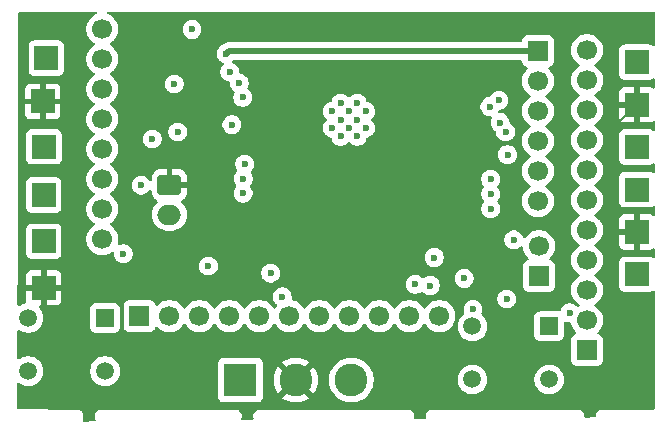
<source format=gbr>
%TF.GenerationSoftware,KiCad,Pcbnew,9.0.6*%
%TF.CreationDate,2025-11-30T21:08:30+05:30*%
%TF.ProjectId,Mini_Drone,4d696e69-5f44-4726-9f6e-652e6b696361,rev?*%
%TF.SameCoordinates,Original*%
%TF.FileFunction,Copper,L3,Inr*%
%TF.FilePolarity,Positive*%
%FSLAX46Y46*%
G04 Gerber Fmt 4.6, Leading zero omitted, Abs format (unit mm)*
G04 Created by KiCad (PCBNEW 9.0.6) date 2025-11-30 21:08:30*
%MOMM*%
%LPD*%
G01*
G04 APERTURE LIST*
G04 Aperture macros list*
%AMRoundRect*
0 Rectangle with rounded corners*
0 $1 Rounding radius*
0 $2 $3 $4 $5 $6 $7 $8 $9 X,Y pos of 4 corners*
0 Add a 4 corners polygon primitive as box body*
4,1,4,$2,$3,$4,$5,$6,$7,$8,$9,$2,$3,0*
0 Add four circle primitives for the rounded corners*
1,1,$1+$1,$2,$3*
1,1,$1+$1,$4,$5*
1,1,$1+$1,$6,$7*
1,1,$1+$1,$8,$9*
0 Add four rect primitives between the rounded corners*
20,1,$1+$1,$2,$3,$4,$5,0*
20,1,$1+$1,$4,$5,$6,$7,0*
20,1,$1+$1,$6,$7,$8,$9,0*
20,1,$1+$1,$8,$9,$2,$3,0*%
G04 Aperture macros list end*
%TA.AperFunction,ComponentPad*%
%ADD10R,2.000000X2.000000*%
%TD*%
%TA.AperFunction,ComponentPad*%
%ADD11R,1.508000X1.508000*%
%TD*%
%TA.AperFunction,ComponentPad*%
%ADD12C,1.508000*%
%TD*%
%TA.AperFunction,ComponentPad*%
%ADD13RoundRect,0.250000X-0.750000X0.600000X-0.750000X-0.600000X0.750000X-0.600000X0.750000X0.600000X0*%
%TD*%
%TA.AperFunction,ComponentPad*%
%ADD14O,2.000000X1.700000*%
%TD*%
%TA.AperFunction,HeatsinkPad*%
%ADD15C,0.600000*%
%TD*%
%TA.AperFunction,ComponentPad*%
%ADD16R,2.775000X2.775000*%
%TD*%
%TA.AperFunction,ComponentPad*%
%ADD17C,2.775000*%
%TD*%
%TA.AperFunction,ComponentPad*%
%ADD18R,1.700000X1.700000*%
%TD*%
%TA.AperFunction,ComponentPad*%
%ADD19C,1.700000*%
%TD*%
%TA.AperFunction,ViaPad*%
%ADD20C,0.600000*%
%TD*%
%TA.AperFunction,Conductor*%
%ADD21C,0.500000*%
%TD*%
%TA.AperFunction,Conductor*%
%ADD22C,0.200000*%
%TD*%
G04 APERTURE END LIST*
D10*
%TO.N,/M1*%
%TO.C,TP18*%
X193880000Y-75750000D03*
%TD*%
%TO.N,GND*%
%TO.C,TP27*%
X243890000Y-83278000D03*
%TD*%
%TO.N,/M4*%
%TO.C,TP21*%
X243890000Y-86872000D03*
%TD*%
%TO.N,/BAT+*%
%TO.C,TP25*%
X243890000Y-90466000D03*
%TD*%
D11*
%TO.N,/IO0*%
%TO.C,S1*%
X236450000Y-98450000D03*
D12*
X229950000Y-98450000D03*
%TO.N,GND*%
X236450000Y-102950000D03*
X229950000Y-102950000D03*
%TD*%
D10*
%TO.N,GND*%
%TO.C,TP29*%
X243890000Y-94060000D03*
%TD*%
%TO.N,/BAT+*%
%TO.C,TP22*%
X193570000Y-79420000D03*
%TD*%
D13*
%TO.N,/BAT+*%
%TO.C,J3*%
X204300000Y-86500000D03*
D14*
%TO.N,GND*%
X204300000Y-89000000D03*
%TD*%
D15*
%TO.N,GND*%
%TO.C,U1*%
X218100000Y-80260000D03*
X218100000Y-81660000D03*
X218800000Y-79560000D03*
X218800000Y-80960000D03*
X218800000Y-82360000D03*
X219500000Y-80260000D03*
X219500000Y-81660000D03*
X220200000Y-79560000D03*
X220200000Y-80960000D03*
X220200000Y-82360000D03*
X220900000Y-80260000D03*
X220900000Y-81660000D03*
%TD*%
D16*
%TO.N,Net-(U3-EN)*%
%TO.C,S2*%
X210300000Y-103000000D03*
D17*
%TO.N,/BAT+*%
X215000000Y-103000000D03*
%TO.N,unconnected-(S2-Pad3)*%
X219700000Y-103000000D03*
%TD*%
D10*
%TO.N,/BAT+*%
%TO.C,TP23*%
X243890000Y-79684000D03*
%TD*%
%TO.N,GND*%
%TO.C,TP28*%
X193650000Y-91264000D03*
%TD*%
%TO.N,/BAT+*%
%TO.C,TP24*%
X193650000Y-95190000D03*
%TD*%
D18*
%TO.N,/LED1*%
%TO.C,J8*%
X201760000Y-97590000D03*
D19*
%TO.N,/LED2*%
X204300000Y-97590000D03*
%TO.N,/LED3*%
X206840000Y-97590000D03*
%TO.N,/IO8*%
X209380000Y-97590000D03*
%TO.N,/USB_D-*%
X211920000Y-97590000D03*
%TO.N,/USB_D+*%
X214460000Y-97590000D03*
%TO.N,/IO10*%
X217000000Y-97590000D03*
%TO.N,/IO11*%
X219540000Y-97590000D03*
%TO.N,/IO12*%
X222080000Y-97590000D03*
%TO.N,/IO13*%
X224620000Y-97590000D03*
%TO.N,/IO42*%
X227160000Y-97590000D03*
%TD*%
D10*
%TO.N,GND*%
%TO.C,TP26*%
X193670000Y-83250000D03*
%TD*%
D18*
%TO.N,/IO14*%
%TO.C,J7*%
X239650000Y-100470000D03*
D19*
%TO.N,/IO21*%
X239650000Y-97930000D03*
%TO.N,/IO47*%
X239650000Y-95390000D03*
%TO.N,/IO48*%
X239650000Y-92850000D03*
%TO.N,/IO35*%
X239650000Y-90310000D03*
%TO.N,/IO36*%
X239650000Y-87770000D03*
%TO.N,/IO37*%
X239650000Y-85230000D03*
%TO.N,/IO38*%
X239650000Y-82690000D03*
%TO.N,/IO39*%
X239650000Y-80150000D03*
%TO.N,/IO49*%
X239650000Y-77610000D03*
%TO.N,/IO41*%
X239650000Y-75070000D03*
%TD*%
D11*
%TO.N,/EN*%
%TO.C,S3*%
X198850000Y-97750000D03*
D12*
X192350000Y-97750000D03*
%TO.N,GND*%
X198850000Y-102250000D03*
X192350000Y-102250000D03*
%TD*%
D18*
%TO.N,/RX1*%
%TO.C,J1*%
X235590000Y-94200000D03*
D19*
%TO.N,/TX1*%
X235590000Y-91660000D03*
%TD*%
D10*
%TO.N,/M2*%
%TO.C,TP20*%
X243890000Y-76090000D03*
%TD*%
%TO.N,/M3*%
%TO.C,TP19*%
X193650000Y-87338000D03*
%TD*%
D18*
%TO.N,+3V3*%
%TO.C,J4*%
X235500000Y-75150000D03*
D19*
%TO.N,/EN*%
X235500000Y-77690000D03*
%TO.N,/IO0*%
X235500000Y-80230000D03*
%TO.N,/TX0*%
X235500000Y-82770000D03*
%TO.N,/RX0*%
X235500000Y-85310000D03*
%TO.N,GND*%
X235500000Y-87850000D03*
%TD*%
%TO.N,unconnected-(U2-PadADO)*%
%TO.C,U2*%
X198602500Y-75832500D03*
%TO.N,GND*%
X198602500Y-88532500D03*
%TO.N,unconnected-(U2-PadINT)*%
X198602500Y-73292500D03*
%TO.N,/SCL*%
X198602500Y-85992500D03*
%TO.N,/SDA*%
X198602500Y-83452500D03*
%TO.N,+3V3*%
X198602500Y-91072500D03*
%TO.N,unconnected-(U2-PadXCL)*%
X198602500Y-78372500D03*
%TO.N,unconnected-(U2-PadXDA)*%
X198602500Y-80912500D03*
%TD*%
D20*
%TO.N,+3V3*%
X209110000Y-75380000D03*
%TO.N,GND*%
X213850000Y-95960000D03*
X204700000Y-77940000D03*
X205001000Y-82000000D03*
X207600000Y-93350000D03*
X229250000Y-94400000D03*
X206210000Y-73320000D03*
%TO.N,/SCL*%
X210500000Y-79070000D03*
%TO.N,/SDA*%
X210200000Y-77850000D03*
%TO.N,/EN*%
X209407500Y-76917500D03*
%TO.N,/TX1*%
X210540000Y-85950000D03*
%TO.N,/RX1*%
X210530000Y-87180000D03*
%TO.N,/LED1*%
X209586251Y-81386251D03*
X201900000Y-86500000D03*
%TO.N,/M1*%
X210670000Y-84710000D03*
%TO.N,/M3*%
X212870000Y-93950000D03*
%TO.N,/IO39*%
X232755000Y-81995000D03*
%TO.N,/IO38*%
X232920000Y-83921000D03*
%TO.N,/IO21*%
X225120000Y-94900000D03*
%TO.N,/IO49*%
X232295000Y-81205000D03*
%TO.N,/IO37*%
X231500000Y-86000000D03*
%TO.N,/IO48*%
X226715000Y-92630000D03*
%TO.N,/IO14*%
X238185735Y-97314265D03*
X230000000Y-97000000D03*
%TO.N,/IO47*%
X226390000Y-95000000D03*
%TO.N,/IO36*%
X231500000Y-87250000D03*
%TO.N,/IO42*%
X231430000Y-79850000D03*
X232860000Y-96140000D03*
X233453584Y-91140000D03*
%TO.N,/IO35*%
X231500000Y-88500000D03*
%TO.N,/IO41*%
X232200735Y-79310000D03*
%TO.N,Net-(U3-EN)*%
X200400000Y-92300000D03*
X202848765Y-82594765D03*
%TD*%
D21*
%TO.N,+3V3*%
X235500000Y-75150000D02*
X209340000Y-75150000D01*
X209340000Y-75150000D02*
X209110000Y-75380000D01*
D22*
%TO.N,/BAT+*%
X241680000Y-89910000D02*
X242170000Y-90400000D01*
X243890000Y-79620000D02*
X241680000Y-81830000D01*
X242170000Y-90400000D02*
X243890000Y-90400000D01*
X241680000Y-81830000D02*
X241680000Y-89910000D01*
%TD*%
%TA.AperFunction,Conductor*%
%TO.N,/BAT+*%
G36*
X198108230Y-71820185D02*
G01*
X198153985Y-71872989D01*
X198163929Y-71942147D01*
X198134904Y-72005703D01*
X198087738Y-72037047D01*
X198088581Y-72039082D01*
X198084089Y-72040941D01*
X197894679Y-72137451D01*
X197722713Y-72262390D01*
X197572390Y-72412713D01*
X197447451Y-72584679D01*
X197350944Y-72774085D01*
X197285253Y-72976260D01*
X197252000Y-73186213D01*
X197252000Y-73398787D01*
X197262034Y-73462144D01*
X197276502Y-73553489D01*
X197285254Y-73608743D01*
X197349317Y-73805909D01*
X197350944Y-73810914D01*
X197447451Y-74000320D01*
X197572390Y-74172286D01*
X197722713Y-74322609D01*
X197894682Y-74447550D01*
X197903446Y-74452016D01*
X197954242Y-74499991D01*
X197971036Y-74567812D01*
X197948498Y-74633947D01*
X197903446Y-74672984D01*
X197894682Y-74677449D01*
X197722713Y-74802390D01*
X197572390Y-74952713D01*
X197447451Y-75124679D01*
X197350944Y-75314085D01*
X197285253Y-75516260D01*
X197252000Y-75726213D01*
X197252000Y-75938786D01*
X197285098Y-76147763D01*
X197285254Y-76148743D01*
X197349123Y-76345312D01*
X197350944Y-76350914D01*
X197447451Y-76540320D01*
X197572390Y-76712286D01*
X197722713Y-76862609D01*
X197894682Y-76987550D01*
X197903446Y-76992016D01*
X197954242Y-77039991D01*
X197971036Y-77107812D01*
X197948498Y-77173947D01*
X197903446Y-77212984D01*
X197894682Y-77217449D01*
X197722713Y-77342390D01*
X197572390Y-77492713D01*
X197447451Y-77664679D01*
X197350944Y-77854085D01*
X197285253Y-78056260D01*
X197257867Y-78229171D01*
X197252000Y-78266213D01*
X197252000Y-78478787D01*
X197258070Y-78517112D01*
X197285169Y-78688211D01*
X197285254Y-78688743D01*
X197350177Y-78888556D01*
X197350944Y-78890914D01*
X197447451Y-79080320D01*
X197572390Y-79252286D01*
X197722713Y-79402609D01*
X197894682Y-79527550D01*
X197903446Y-79532016D01*
X197954242Y-79579991D01*
X197971036Y-79647812D01*
X197948498Y-79713947D01*
X197903446Y-79752984D01*
X197894682Y-79757449D01*
X197722713Y-79882390D01*
X197572390Y-80032713D01*
X197447451Y-80204679D01*
X197350944Y-80394085D01*
X197285253Y-80596260D01*
X197258613Y-80764461D01*
X197252000Y-80806213D01*
X197252000Y-81018787D01*
X197255548Y-81041187D01*
X197273219Y-81152761D01*
X197285254Y-81228743D01*
X197350177Y-81428556D01*
X197350944Y-81430914D01*
X197447451Y-81620320D01*
X197572390Y-81792286D01*
X197722713Y-81942609D01*
X197894682Y-82067550D01*
X197903446Y-82072016D01*
X197954242Y-82119991D01*
X197971036Y-82187812D01*
X197948498Y-82253947D01*
X197903446Y-82292984D01*
X197894682Y-82297449D01*
X197722713Y-82422390D01*
X197572390Y-82572713D01*
X197447451Y-82744679D01*
X197350944Y-82934085D01*
X197285253Y-83136260D01*
X197259444Y-83299211D01*
X197252000Y-83346213D01*
X197252000Y-83558787D01*
X197285254Y-83768743D01*
X197350177Y-83968556D01*
X197350944Y-83970914D01*
X197447451Y-84160320D01*
X197572390Y-84332286D01*
X197722713Y-84482609D01*
X197894682Y-84607550D01*
X197903446Y-84612016D01*
X197954242Y-84659991D01*
X197971036Y-84727812D01*
X197948498Y-84793947D01*
X197903446Y-84832984D01*
X197894682Y-84837449D01*
X197722713Y-84962390D01*
X197572390Y-85112713D01*
X197447451Y-85284679D01*
X197350944Y-85474085D01*
X197285253Y-85676260D01*
X197257731Y-85850028D01*
X197252000Y-85886213D01*
X197252000Y-86098787D01*
X197253742Y-86109786D01*
X197282306Y-86290135D01*
X197285254Y-86308743D01*
X197350740Y-86510288D01*
X197350944Y-86510914D01*
X197447451Y-86700320D01*
X197572390Y-86872286D01*
X197722713Y-87022609D01*
X197894682Y-87147550D01*
X197903446Y-87152016D01*
X197954242Y-87199991D01*
X197971036Y-87267812D01*
X197948498Y-87333947D01*
X197903446Y-87372984D01*
X197894682Y-87377449D01*
X197722713Y-87502390D01*
X197572390Y-87652713D01*
X197447451Y-87824679D01*
X197350944Y-88014085D01*
X197285253Y-88216260D01*
X197260507Y-88372500D01*
X197252000Y-88426213D01*
X197252000Y-88638787D01*
X197260990Y-88695546D01*
X197283631Y-88838500D01*
X197285254Y-88848743D01*
X197349123Y-89045312D01*
X197350944Y-89050914D01*
X197447451Y-89240320D01*
X197572390Y-89412286D01*
X197722713Y-89562609D01*
X197894682Y-89687550D01*
X197903446Y-89692016D01*
X197954242Y-89739991D01*
X197971036Y-89807812D01*
X197948498Y-89873947D01*
X197903446Y-89912984D01*
X197894682Y-89917449D01*
X197722713Y-90042390D01*
X197572390Y-90192713D01*
X197447451Y-90364679D01*
X197350944Y-90554085D01*
X197285253Y-90756260D01*
X197261458Y-90906498D01*
X197252000Y-90966213D01*
X197252000Y-91178787D01*
X197285254Y-91388743D01*
X197350842Y-91590602D01*
X197350944Y-91590914D01*
X197447451Y-91780320D01*
X197572390Y-91952286D01*
X197722713Y-92102609D01*
X197894679Y-92227548D01*
X197894681Y-92227549D01*
X197894684Y-92227551D01*
X198084088Y-92324057D01*
X198286257Y-92389746D01*
X198496213Y-92423000D01*
X198496214Y-92423000D01*
X198708786Y-92423000D01*
X198708787Y-92423000D01*
X198918743Y-92389746D01*
X199120912Y-92324057D01*
X199310316Y-92227551D01*
X199377951Y-92178412D01*
X199402615Y-92160493D01*
X199468421Y-92137013D01*
X199536475Y-92152839D01*
X199585170Y-92202945D01*
X199599500Y-92260811D01*
X199599500Y-92378846D01*
X199630261Y-92533489D01*
X199630264Y-92533501D01*
X199690602Y-92679172D01*
X199690609Y-92679185D01*
X199778210Y-92810288D01*
X199778213Y-92810292D01*
X199889707Y-92921786D01*
X199889711Y-92921789D01*
X200020814Y-93009390D01*
X200020827Y-93009397D01*
X200166498Y-93069735D01*
X200166503Y-93069737D01*
X200321153Y-93100499D01*
X200321156Y-93100500D01*
X200321158Y-93100500D01*
X200478844Y-93100500D01*
X200478845Y-93100499D01*
X200633497Y-93069737D01*
X200772562Y-93012135D01*
X200779172Y-93009397D01*
X200779172Y-93009396D01*
X200779179Y-93009394D01*
X200910289Y-92921789D01*
X201021789Y-92810289D01*
X201109394Y-92679179D01*
X201169737Y-92533497D01*
X201200500Y-92378842D01*
X201200500Y-92221158D01*
X201200500Y-92221155D01*
X201200499Y-92221153D01*
X201169738Y-92066510D01*
X201169737Y-92066503D01*
X201145592Y-92008211D01*
X201109397Y-91920827D01*
X201109390Y-91920814D01*
X201021789Y-91789711D01*
X201021786Y-91789707D01*
X200910292Y-91678213D01*
X200910288Y-91678210D01*
X200779185Y-91590609D01*
X200779172Y-91590602D01*
X200633501Y-91530264D01*
X200633489Y-91530261D01*
X200478845Y-91499500D01*
X200478842Y-91499500D01*
X200321158Y-91499500D01*
X200321155Y-91499500D01*
X200166510Y-91530261D01*
X200166503Y-91530263D01*
X200076737Y-91567444D01*
X200007268Y-91574911D01*
X199944789Y-91543636D01*
X199909137Y-91483546D01*
X199911355Y-91414565D01*
X199919746Y-91388743D01*
X199953000Y-91178787D01*
X199953000Y-91061153D01*
X232653084Y-91061153D01*
X232653084Y-91218846D01*
X232683845Y-91373489D01*
X232683848Y-91373501D01*
X232744186Y-91519172D01*
X232744193Y-91519185D01*
X232831794Y-91650288D01*
X232831797Y-91650292D01*
X232943291Y-91761786D01*
X232943295Y-91761789D01*
X233074398Y-91849390D01*
X233074411Y-91849397D01*
X233219162Y-91909354D01*
X233220087Y-91909737D01*
X233374737Y-91940499D01*
X233374740Y-91940500D01*
X233374742Y-91940500D01*
X233532428Y-91940500D01*
X233532429Y-91940499D01*
X233687081Y-91909737D01*
X233832763Y-91849394D01*
X233963873Y-91761789D01*
X234029116Y-91696545D01*
X234090437Y-91663062D01*
X234160129Y-91668046D01*
X234216063Y-91709917D01*
X234239269Y-91764830D01*
X234271131Y-91966000D01*
X234272754Y-91976243D01*
X234319368Y-92119707D01*
X234338444Y-92178414D01*
X234434951Y-92367820D01*
X234559890Y-92539786D01*
X234673430Y-92653326D01*
X234706915Y-92714649D01*
X234701931Y-92784341D01*
X234660059Y-92840274D01*
X234629083Y-92857189D01*
X234497669Y-92906203D01*
X234497664Y-92906206D01*
X234382455Y-92992452D01*
X234382452Y-92992455D01*
X234296206Y-93107664D01*
X234296202Y-93107671D01*
X234245908Y-93242517D01*
X234239501Y-93302116D01*
X234239501Y-93302123D01*
X234239500Y-93302135D01*
X234239500Y-95097870D01*
X234239501Y-95097876D01*
X234245908Y-95157483D01*
X234296202Y-95292328D01*
X234296206Y-95292335D01*
X234382452Y-95407544D01*
X234382455Y-95407547D01*
X234497664Y-95493793D01*
X234497671Y-95493797D01*
X234632517Y-95544091D01*
X234632516Y-95544091D01*
X234639444Y-95544835D01*
X234692127Y-95550500D01*
X236487872Y-95550499D01*
X236547483Y-95544091D01*
X236682331Y-95493796D01*
X236797546Y-95407546D01*
X236883796Y-95292331D01*
X236934091Y-95157483D01*
X236940500Y-95097873D01*
X236940499Y-93302128D01*
X236934091Y-93242517D01*
X236933379Y-93240609D01*
X236883797Y-93107671D01*
X236883793Y-93107664D01*
X236797547Y-92992455D01*
X236797544Y-92992452D01*
X236682335Y-92906206D01*
X236682328Y-92906202D01*
X236550917Y-92857189D01*
X236494983Y-92815318D01*
X236470566Y-92749853D01*
X236485418Y-92681580D01*
X236506563Y-92653332D01*
X236620104Y-92539792D01*
X236624487Y-92533760D01*
X236742387Y-92371483D01*
X236745051Y-92367816D01*
X236841557Y-92178412D01*
X236907246Y-91976243D01*
X236940500Y-91766287D01*
X236940500Y-91553713D01*
X236907246Y-91343757D01*
X236841557Y-91141588D01*
X236745051Y-90952184D01*
X236745049Y-90952181D01*
X236745048Y-90952179D01*
X236620109Y-90780213D01*
X236469786Y-90629890D01*
X236297820Y-90504951D01*
X236108414Y-90408444D01*
X236108413Y-90408443D01*
X236108412Y-90408443D01*
X235906243Y-90342754D01*
X235906241Y-90342753D01*
X235906240Y-90342753D01*
X235744957Y-90317208D01*
X235696287Y-90309500D01*
X235483713Y-90309500D01*
X235435042Y-90317208D01*
X235273760Y-90342753D01*
X235071585Y-90408444D01*
X234882179Y-90504951D01*
X234710213Y-90629890D01*
X234559894Y-90780209D01*
X234559890Y-90780214D01*
X234442015Y-90942456D01*
X234386685Y-90985122D01*
X234317072Y-90991101D01*
X234255277Y-90958495D01*
X234226757Y-90911671D01*
X234225652Y-90912130D01*
X234162981Y-90760827D01*
X234162974Y-90760814D01*
X234075373Y-90629711D01*
X234075370Y-90629707D01*
X233963876Y-90518213D01*
X233963872Y-90518210D01*
X233832769Y-90430609D01*
X233832756Y-90430602D01*
X233687085Y-90370264D01*
X233687073Y-90370261D01*
X233532429Y-90339500D01*
X233532426Y-90339500D01*
X233374742Y-90339500D01*
X233374739Y-90339500D01*
X233220094Y-90370261D01*
X233220082Y-90370264D01*
X233074411Y-90430602D01*
X233074398Y-90430609D01*
X232943295Y-90518210D01*
X232943291Y-90518213D01*
X232831797Y-90629707D01*
X232831794Y-90629711D01*
X232744193Y-90760814D01*
X232744186Y-90760827D01*
X232683848Y-90906498D01*
X232683845Y-90906510D01*
X232653084Y-91061153D01*
X199953000Y-91061153D01*
X199953000Y-90966213D01*
X199919746Y-90756257D01*
X199854057Y-90554088D01*
X199757551Y-90364684D01*
X199757549Y-90364681D01*
X199757548Y-90364679D01*
X199632609Y-90192713D01*
X199482286Y-90042390D01*
X199310320Y-89917451D01*
X199309615Y-89917091D01*
X199301554Y-89912985D01*
X199250759Y-89865012D01*
X199233963Y-89797192D01*
X199256499Y-89731056D01*
X199301554Y-89692015D01*
X199310316Y-89687551D01*
X199332289Y-89671586D01*
X199482286Y-89562609D01*
X199482288Y-89562606D01*
X199482292Y-89562604D01*
X199632604Y-89412292D01*
X199632606Y-89412288D01*
X199632609Y-89412286D01*
X199757548Y-89240320D01*
X199757547Y-89240320D01*
X199757551Y-89240316D01*
X199854057Y-89050912D01*
X199919746Y-88848743D01*
X199953000Y-88638787D01*
X199953000Y-88426213D01*
X199919746Y-88216257D01*
X199854057Y-88014088D01*
X199757551Y-87824684D01*
X199757549Y-87824681D01*
X199757548Y-87824679D01*
X199632609Y-87652713D01*
X199482286Y-87502390D01*
X199310320Y-87377451D01*
X199309615Y-87377091D01*
X199301554Y-87372985D01*
X199250759Y-87325012D01*
X199233963Y-87257192D01*
X199256499Y-87191056D01*
X199301554Y-87152015D01*
X199310316Y-87147551D01*
X199374178Y-87101153D01*
X199482286Y-87022609D01*
X199482288Y-87022606D01*
X199482292Y-87022604D01*
X199632604Y-86872292D01*
X199632606Y-86872288D01*
X199632609Y-86872286D01*
X199757548Y-86700320D01*
X199757547Y-86700320D01*
X199757551Y-86700316D01*
X199854057Y-86510912D01*
X199883222Y-86421153D01*
X201099500Y-86421153D01*
X201099500Y-86578846D01*
X201130261Y-86733489D01*
X201130264Y-86733501D01*
X201190602Y-86879172D01*
X201190609Y-86879185D01*
X201278210Y-87010288D01*
X201278213Y-87010292D01*
X201389707Y-87121786D01*
X201389711Y-87121789D01*
X201520814Y-87209390D01*
X201520827Y-87209397D01*
X201666498Y-87269735D01*
X201666503Y-87269737D01*
X201821153Y-87300499D01*
X201821156Y-87300500D01*
X201821158Y-87300500D01*
X201978844Y-87300500D01*
X201978845Y-87300499D01*
X202133497Y-87269737D01*
X202279179Y-87209394D01*
X202410289Y-87121789D01*
X202521789Y-87010289D01*
X202572899Y-86933797D01*
X202626509Y-86888994D01*
X202695834Y-86880286D01*
X202758862Y-86910440D01*
X202795581Y-86969882D01*
X202800000Y-87002688D01*
X202800000Y-87149970D01*
X202800001Y-87149987D01*
X202810494Y-87252697D01*
X202865641Y-87419119D01*
X202865643Y-87419124D01*
X202957684Y-87568345D01*
X203081654Y-87692315D01*
X203236484Y-87787815D01*
X203283208Y-87839763D01*
X203294431Y-87908726D01*
X203266587Y-87972808D01*
X203259069Y-87981035D01*
X203119889Y-88120215D01*
X202994951Y-88292179D01*
X202898444Y-88481585D01*
X202832753Y-88683760D01*
X202801803Y-88879172D01*
X202799500Y-88893713D01*
X202799500Y-89106287D01*
X202807207Y-89154949D01*
X202830260Y-89300500D01*
X202832754Y-89316243D01*
X202869785Y-89430213D01*
X202898444Y-89518414D01*
X202994951Y-89707820D01*
X203119890Y-89879786D01*
X203270213Y-90030109D01*
X203442179Y-90155048D01*
X203442181Y-90155049D01*
X203442184Y-90155051D01*
X203631588Y-90251557D01*
X203833757Y-90317246D01*
X204043713Y-90350500D01*
X204043714Y-90350500D01*
X204556286Y-90350500D01*
X204556287Y-90350500D01*
X204766243Y-90317246D01*
X204968412Y-90251557D01*
X205157816Y-90155051D01*
X205179789Y-90139086D01*
X205329786Y-90030109D01*
X205329788Y-90030106D01*
X205329792Y-90030104D01*
X205480104Y-89879792D01*
X205480106Y-89879788D01*
X205480109Y-89879786D01*
X205605048Y-89707820D01*
X205605047Y-89707820D01*
X205605051Y-89707816D01*
X205701557Y-89518412D01*
X205767246Y-89316243D01*
X205800500Y-89106287D01*
X205800500Y-88893713D01*
X205767246Y-88683757D01*
X205701557Y-88481588D01*
X205605051Y-88292184D01*
X205605049Y-88292181D01*
X205605048Y-88292179D01*
X205480109Y-88120213D01*
X205340931Y-87981035D01*
X205307446Y-87919712D01*
X205312430Y-87850020D01*
X205354302Y-87794087D01*
X205363516Y-87787815D01*
X205518343Y-87692317D01*
X205642315Y-87568345D01*
X205734356Y-87419124D01*
X205734358Y-87419119D01*
X205789505Y-87252697D01*
X205789506Y-87252690D01*
X205799999Y-87149986D01*
X205800000Y-87149973D01*
X205800000Y-87101153D01*
X209729500Y-87101153D01*
X209729500Y-87258846D01*
X209760261Y-87413489D01*
X209760264Y-87413501D01*
X209820602Y-87559172D01*
X209820609Y-87559185D01*
X209908210Y-87690288D01*
X209908213Y-87690292D01*
X210019707Y-87801786D01*
X210019711Y-87801789D01*
X210150814Y-87889390D01*
X210150827Y-87889397D01*
X210296498Y-87949735D01*
X210296503Y-87949737D01*
X210412488Y-87972808D01*
X210451153Y-87980499D01*
X210451156Y-87980500D01*
X210451158Y-87980500D01*
X210608844Y-87980500D01*
X210608845Y-87980499D01*
X210763497Y-87949737D01*
X210909179Y-87889394D01*
X211040289Y-87801789D01*
X211151789Y-87690289D01*
X211239394Y-87559179D01*
X211299737Y-87413497D01*
X211330500Y-87258842D01*
X211330500Y-87101158D01*
X211330500Y-87101155D01*
X211330499Y-87101153D01*
X211299737Y-86946503D01*
X211294475Y-86933799D01*
X211239397Y-86800827D01*
X211239390Y-86800814D01*
X211151789Y-86669711D01*
X211151786Y-86669707D01*
X211139759Y-86657680D01*
X211106274Y-86596357D01*
X211111258Y-86526665D01*
X211139758Y-86482319D01*
X211161789Y-86460289D01*
X211249394Y-86329179D01*
X211309737Y-86183497D01*
X211340500Y-86028842D01*
X211340500Y-85921153D01*
X230699500Y-85921153D01*
X230699500Y-86078846D01*
X230730261Y-86233489D01*
X230730264Y-86233501D01*
X230790602Y-86379172D01*
X230790609Y-86379185D01*
X230878210Y-86510288D01*
X230878213Y-86510292D01*
X230905240Y-86537319D01*
X230938725Y-86598642D01*
X230933741Y-86668334D01*
X230905240Y-86712681D01*
X230878213Y-86739707D01*
X230878210Y-86739711D01*
X230790609Y-86870814D01*
X230790602Y-86870827D01*
X230730264Y-87016498D01*
X230730261Y-87016510D01*
X230699500Y-87171153D01*
X230699500Y-87328846D01*
X230730261Y-87483489D01*
X230730264Y-87483501D01*
X230790602Y-87629172D01*
X230790609Y-87629185D01*
X230878210Y-87760288D01*
X230878213Y-87760292D01*
X230905240Y-87787319D01*
X230938725Y-87848642D01*
X230933741Y-87918334D01*
X230905240Y-87962681D01*
X230878213Y-87989707D01*
X230878210Y-87989711D01*
X230790609Y-88120814D01*
X230790602Y-88120827D01*
X230730264Y-88266498D01*
X230730261Y-88266510D01*
X230699500Y-88421153D01*
X230699500Y-88578846D01*
X230730261Y-88733488D01*
X230730264Y-88733501D01*
X230790602Y-88879172D01*
X230790609Y-88879185D01*
X230878210Y-89010288D01*
X230878213Y-89010292D01*
X230989707Y-89121786D01*
X230989711Y-89121789D01*
X231120814Y-89209390D01*
X231120827Y-89209397D01*
X231266498Y-89269735D01*
X231266503Y-89269737D01*
X231421153Y-89300499D01*
X231421156Y-89300500D01*
X231421158Y-89300500D01*
X231578844Y-89300500D01*
X231578845Y-89300499D01*
X231733497Y-89269737D01*
X231879179Y-89209394D01*
X232010289Y-89121789D01*
X232121789Y-89010289D01*
X232209394Y-88879179D01*
X232269737Y-88733497D01*
X232300500Y-88578842D01*
X232300500Y-88421158D01*
X232300500Y-88421155D01*
X232300499Y-88421153D01*
X232293481Y-88385870D01*
X232269737Y-88266503D01*
X232257230Y-88236308D01*
X232209397Y-88120827D01*
X232209390Y-88120814D01*
X232121789Y-87989711D01*
X232121786Y-87989707D01*
X232094760Y-87962681D01*
X232061275Y-87901358D01*
X232066259Y-87831666D01*
X232094760Y-87787319D01*
X232121786Y-87760292D01*
X232121789Y-87760289D01*
X232209394Y-87629179D01*
X232269737Y-87483497D01*
X232300500Y-87328842D01*
X232300500Y-87171158D01*
X232300500Y-87171155D01*
X232300499Y-87171153D01*
X232286575Y-87101153D01*
X232269737Y-87016503D01*
X232240745Y-86946510D01*
X232209397Y-86870827D01*
X232209390Y-86870814D01*
X232121789Y-86739711D01*
X232121786Y-86739707D01*
X232094760Y-86712681D01*
X232061275Y-86651358D01*
X232066259Y-86581666D01*
X232094760Y-86537319D01*
X232121786Y-86510292D01*
X232121789Y-86510289D01*
X232209394Y-86379179D01*
X232269737Y-86233497D01*
X232300500Y-86078842D01*
X232300500Y-85921158D01*
X232300500Y-85921155D01*
X232300499Y-85921153D01*
X232282052Y-85828414D01*
X232269737Y-85766503D01*
X232261784Y-85747302D01*
X232209397Y-85620827D01*
X232209390Y-85620814D01*
X232121789Y-85489711D01*
X232121786Y-85489707D01*
X232010292Y-85378213D01*
X232010288Y-85378210D01*
X231879185Y-85290609D01*
X231879172Y-85290602D01*
X231733501Y-85230264D01*
X231733489Y-85230261D01*
X231578845Y-85199500D01*
X231578842Y-85199500D01*
X231421158Y-85199500D01*
X231421155Y-85199500D01*
X231266510Y-85230261D01*
X231266498Y-85230264D01*
X231120827Y-85290602D01*
X231120814Y-85290609D01*
X230989711Y-85378210D01*
X230989707Y-85378213D01*
X230878213Y-85489707D01*
X230878210Y-85489711D01*
X230790609Y-85620814D01*
X230790602Y-85620827D01*
X230730264Y-85766498D01*
X230730261Y-85766510D01*
X230699500Y-85921153D01*
X211340500Y-85921153D01*
X211340500Y-85871158D01*
X211340500Y-85871155D01*
X211340499Y-85871153D01*
X211331143Y-85824116D01*
X211309737Y-85716503D01*
X211293067Y-85676257D01*
X211249397Y-85570827D01*
X211249390Y-85570814D01*
X211182509Y-85470720D01*
X211161631Y-85404043D01*
X211180115Y-85336662D01*
X211197926Y-85314151D01*
X211291789Y-85220289D01*
X211379394Y-85089179D01*
X211439737Y-84943497D01*
X211470500Y-84788842D01*
X211470500Y-84631158D01*
X211470500Y-84631155D01*
X211470499Y-84631153D01*
X211452922Y-84542789D01*
X211439737Y-84476503D01*
X211421009Y-84431289D01*
X211379397Y-84330827D01*
X211379390Y-84330814D01*
X211291789Y-84199711D01*
X211291786Y-84199707D01*
X211180292Y-84088213D01*
X211180288Y-84088210D01*
X211049185Y-84000609D01*
X211049172Y-84000602D01*
X210928519Y-83950627D01*
X210903501Y-83940264D01*
X210903489Y-83940261D01*
X210748845Y-83909500D01*
X210748842Y-83909500D01*
X210591158Y-83909500D01*
X210591155Y-83909500D01*
X210436510Y-83940261D01*
X210436498Y-83940264D01*
X210290827Y-84000602D01*
X210290814Y-84000609D01*
X210159711Y-84088210D01*
X210159707Y-84088213D01*
X210048213Y-84199707D01*
X210048210Y-84199711D01*
X209960609Y-84330814D01*
X209960602Y-84330827D01*
X209900264Y-84476498D01*
X209900261Y-84476510D01*
X209869500Y-84631153D01*
X209869500Y-84788846D01*
X209900261Y-84943489D01*
X209900264Y-84943501D01*
X209960602Y-85089172D01*
X209960609Y-85089185D01*
X210027490Y-85189279D01*
X210048368Y-85255957D01*
X210029883Y-85323337D01*
X210012070Y-85345851D01*
X209918210Y-85439711D01*
X209830609Y-85570814D01*
X209830602Y-85570827D01*
X209770264Y-85716498D01*
X209770261Y-85716510D01*
X209739500Y-85871153D01*
X209739500Y-86028846D01*
X209770261Y-86183489D01*
X209770264Y-86183501D01*
X209830602Y-86329172D01*
X209830609Y-86329185D01*
X209918210Y-86460288D01*
X209918213Y-86460292D01*
X209930240Y-86472319D01*
X209963725Y-86533642D01*
X209958741Y-86603334D01*
X209930240Y-86647681D01*
X209908213Y-86669707D01*
X209908210Y-86669711D01*
X209820609Y-86800814D01*
X209820602Y-86800827D01*
X209760264Y-86946498D01*
X209760261Y-86946510D01*
X209729500Y-87101153D01*
X205800000Y-87101153D01*
X205800000Y-86750000D01*
X204733012Y-86750000D01*
X204765925Y-86692993D01*
X204800000Y-86565826D01*
X204800000Y-86434174D01*
X204765925Y-86307007D01*
X204733012Y-86250000D01*
X205799999Y-86250000D01*
X205799999Y-85850028D01*
X205799998Y-85850013D01*
X205789505Y-85747302D01*
X205734358Y-85580880D01*
X205734356Y-85580875D01*
X205642315Y-85431654D01*
X205518345Y-85307684D01*
X205369124Y-85215643D01*
X205369119Y-85215641D01*
X205202697Y-85160494D01*
X205202690Y-85160493D01*
X205099986Y-85150000D01*
X204550000Y-85150000D01*
X204550000Y-86066988D01*
X204492993Y-86034075D01*
X204365826Y-86000000D01*
X204234174Y-86000000D01*
X204107007Y-86034075D01*
X204050000Y-86066988D01*
X204050000Y-85150000D01*
X203500028Y-85150000D01*
X203500012Y-85150001D01*
X203397302Y-85160494D01*
X203230880Y-85215641D01*
X203230875Y-85215643D01*
X203081654Y-85307684D01*
X202957684Y-85431654D01*
X202865643Y-85580875D01*
X202865641Y-85580880D01*
X202810494Y-85747302D01*
X202810493Y-85747309D01*
X202800000Y-85850013D01*
X202800000Y-85997309D01*
X202780315Y-86064348D01*
X202727511Y-86110103D01*
X202658353Y-86120047D01*
X202594797Y-86091022D01*
X202572898Y-86066200D01*
X202521789Y-85989711D01*
X202521786Y-85989707D01*
X202410292Y-85878213D01*
X202410288Y-85878210D01*
X202279185Y-85790609D01*
X202279172Y-85790602D01*
X202133501Y-85730264D01*
X202133489Y-85730261D01*
X201978845Y-85699500D01*
X201978842Y-85699500D01*
X201821158Y-85699500D01*
X201821155Y-85699500D01*
X201666510Y-85730261D01*
X201666498Y-85730264D01*
X201520827Y-85790602D01*
X201520814Y-85790609D01*
X201389711Y-85878210D01*
X201389707Y-85878213D01*
X201278213Y-85989707D01*
X201278210Y-85989711D01*
X201190609Y-86120814D01*
X201190602Y-86120827D01*
X201130264Y-86266498D01*
X201130261Y-86266510D01*
X201099500Y-86421153D01*
X199883222Y-86421153D01*
X199919746Y-86308743D01*
X199953000Y-86098787D01*
X199953000Y-85886213D01*
X199919746Y-85676257D01*
X199854057Y-85474088D01*
X199757551Y-85284684D01*
X199757549Y-85284681D01*
X199757548Y-85284679D01*
X199632609Y-85112713D01*
X199482286Y-84962390D01*
X199310320Y-84837451D01*
X199309615Y-84837091D01*
X199301554Y-84832985D01*
X199250759Y-84785012D01*
X199233963Y-84717192D01*
X199256499Y-84651056D01*
X199301554Y-84612015D01*
X199310316Y-84607551D01*
X199399458Y-84542786D01*
X199482286Y-84482609D01*
X199482288Y-84482606D01*
X199482292Y-84482604D01*
X199632604Y-84332292D01*
X199632606Y-84332288D01*
X199632609Y-84332286D01*
X199757548Y-84160320D01*
X199757547Y-84160320D01*
X199757551Y-84160316D01*
X199854057Y-83970912D01*
X199895894Y-83842153D01*
X232119500Y-83842153D01*
X232119500Y-83999846D01*
X232150261Y-84154489D01*
X232150264Y-84154501D01*
X232210602Y-84300172D01*
X232210609Y-84300185D01*
X232298210Y-84431288D01*
X232298213Y-84431292D01*
X232409707Y-84542786D01*
X232409711Y-84542789D01*
X232540814Y-84630390D01*
X232540827Y-84630397D01*
X232628421Y-84666679D01*
X232686503Y-84690737D01*
X232841153Y-84721499D01*
X232841156Y-84721500D01*
X232841158Y-84721500D01*
X232998844Y-84721500D01*
X232998845Y-84721499D01*
X233153497Y-84690737D01*
X233270529Y-84642261D01*
X233299172Y-84630397D01*
X233299172Y-84630396D01*
X233299179Y-84630394D01*
X233430289Y-84542789D01*
X233541789Y-84431289D01*
X233629394Y-84300179D01*
X233630351Y-84297870D01*
X233671009Y-84199711D01*
X233689737Y-84154497D01*
X233720500Y-83999842D01*
X233720500Y-83842158D01*
X233720500Y-83842155D01*
X233720499Y-83842153D01*
X233705896Y-83768739D01*
X233689737Y-83687503D01*
X233640980Y-83569792D01*
X233629397Y-83541827D01*
X233629390Y-83541814D01*
X233541789Y-83410711D01*
X233541786Y-83410707D01*
X233430292Y-83299213D01*
X233430288Y-83299210D01*
X233299185Y-83211609D01*
X233299172Y-83211602D01*
X233153501Y-83151264D01*
X233153489Y-83151261D01*
X232998845Y-83120500D01*
X232998842Y-83120500D01*
X232841158Y-83120500D01*
X232841155Y-83120500D01*
X232686510Y-83151261D01*
X232686498Y-83151264D01*
X232540827Y-83211602D01*
X232540814Y-83211609D01*
X232409711Y-83299210D01*
X232409707Y-83299213D01*
X232298213Y-83410707D01*
X232298210Y-83410711D01*
X232210609Y-83541814D01*
X232210602Y-83541827D01*
X232150264Y-83687498D01*
X232150261Y-83687510D01*
X232119500Y-83842153D01*
X199895894Y-83842153D01*
X199919746Y-83768743D01*
X199953000Y-83558787D01*
X199953000Y-83346213D01*
X199919746Y-83136257D01*
X199854057Y-82934088D01*
X199757551Y-82744684D01*
X199731914Y-82709397D01*
X199639876Y-82582716D01*
X199639875Y-82582715D01*
X199632607Y-82572711D01*
X199575814Y-82515918D01*
X202048265Y-82515918D01*
X202048265Y-82673611D01*
X202079026Y-82828254D01*
X202079029Y-82828266D01*
X202139367Y-82973937D01*
X202139374Y-82973950D01*
X202226975Y-83105053D01*
X202226978Y-83105057D01*
X202338472Y-83216551D01*
X202338476Y-83216554D01*
X202469579Y-83304155D01*
X202469592Y-83304162D01*
X202571114Y-83346213D01*
X202615268Y-83364502D01*
X202769918Y-83395264D01*
X202769921Y-83395265D01*
X202769923Y-83395265D01*
X202927609Y-83395265D01*
X202927610Y-83395264D01*
X203082262Y-83364502D01*
X203227944Y-83304159D01*
X203359054Y-83216554D01*
X203470554Y-83105054D01*
X203558159Y-82973944D01*
X203618502Y-82828262D01*
X203649265Y-82673607D01*
X203649265Y-82515923D01*
X203649265Y-82515920D01*
X203649264Y-82515918D01*
X203636899Y-82453757D01*
X203618502Y-82361268D01*
X203618500Y-82361263D01*
X203558162Y-82215592D01*
X203558155Y-82215579D01*
X203470554Y-82084476D01*
X203470551Y-82084472D01*
X203359057Y-81972978D01*
X203359053Y-81972975D01*
X203281497Y-81921153D01*
X204200500Y-81921153D01*
X204200500Y-82078846D01*
X204231261Y-82233489D01*
X204231264Y-82233501D01*
X204291602Y-82379172D01*
X204291609Y-82379185D01*
X204379210Y-82510288D01*
X204379213Y-82510292D01*
X204490707Y-82621786D01*
X204490711Y-82621789D01*
X204621814Y-82709390D01*
X204621827Y-82709397D01*
X204755427Y-82764735D01*
X204767503Y-82769737D01*
X204900973Y-82796286D01*
X204922153Y-82800499D01*
X204922156Y-82800500D01*
X204922158Y-82800500D01*
X205079844Y-82800500D01*
X205079845Y-82800499D01*
X205234497Y-82769737D01*
X205380179Y-82709394D01*
X205511289Y-82621789D01*
X205622789Y-82510289D01*
X205710394Y-82379179D01*
X205770737Y-82233497D01*
X205801500Y-82078842D01*
X205801500Y-81921158D01*
X205801500Y-81921155D01*
X205801499Y-81921153D01*
X205795344Y-81890208D01*
X205770737Y-81766503D01*
X205766349Y-81755909D01*
X205710397Y-81620827D01*
X205710390Y-81620814D01*
X205622789Y-81489711D01*
X205622786Y-81489707D01*
X205511292Y-81378213D01*
X205511288Y-81378210D01*
X205405320Y-81307404D01*
X208785751Y-81307404D01*
X208785751Y-81465097D01*
X208816512Y-81619740D01*
X208816515Y-81619752D01*
X208876853Y-81765423D01*
X208876860Y-81765436D01*
X208964461Y-81896539D01*
X208964464Y-81896543D01*
X209075958Y-82008037D01*
X209075962Y-82008040D01*
X209207065Y-82095641D01*
X209207078Y-82095648D01*
X209352749Y-82155986D01*
X209352754Y-82155988D01*
X209486038Y-82182500D01*
X209507404Y-82186750D01*
X209507407Y-82186751D01*
X209507409Y-82186751D01*
X209665095Y-82186751D01*
X209665096Y-82186750D01*
X209819748Y-82155988D01*
X209965430Y-82095645D01*
X210096540Y-82008040D01*
X210208040Y-81896540D01*
X210295645Y-81765430D01*
X210355988Y-81619748D01*
X210386751Y-81465093D01*
X210386751Y-81307409D01*
X210386751Y-81307406D01*
X210386750Y-81307404D01*
X210377341Y-81260104D01*
X210355988Y-81152754D01*
X210345466Y-81127352D01*
X210295648Y-81007078D01*
X210295641Y-81007065D01*
X210208040Y-80875962D01*
X210208037Y-80875958D01*
X210096543Y-80764464D01*
X210096539Y-80764461D01*
X209965436Y-80676860D01*
X209965423Y-80676853D01*
X209819752Y-80616515D01*
X209819740Y-80616512D01*
X209665096Y-80585751D01*
X209665093Y-80585751D01*
X209507409Y-80585751D01*
X209507406Y-80585751D01*
X209352761Y-80616512D01*
X209352749Y-80616515D01*
X209207078Y-80676853D01*
X209207065Y-80676860D01*
X209075962Y-80764461D01*
X209075958Y-80764464D01*
X208964464Y-80875958D01*
X208964461Y-80875962D01*
X208876860Y-81007065D01*
X208876853Y-81007078D01*
X208816515Y-81152749D01*
X208816512Y-81152761D01*
X208785751Y-81307404D01*
X205405320Y-81307404D01*
X205380185Y-81290609D01*
X205380172Y-81290602D01*
X205234501Y-81230264D01*
X205234489Y-81230261D01*
X205079845Y-81199500D01*
X205079842Y-81199500D01*
X204922158Y-81199500D01*
X204922155Y-81199500D01*
X204767510Y-81230261D01*
X204767498Y-81230264D01*
X204621827Y-81290602D01*
X204621814Y-81290609D01*
X204490711Y-81378210D01*
X204490707Y-81378213D01*
X204379213Y-81489707D01*
X204379210Y-81489711D01*
X204291609Y-81620814D01*
X204291602Y-81620827D01*
X204231264Y-81766498D01*
X204231261Y-81766510D01*
X204200500Y-81921153D01*
X203281497Y-81921153D01*
X203227950Y-81885374D01*
X203227937Y-81885367D01*
X203082266Y-81825029D01*
X203082254Y-81825026D01*
X202927610Y-81794265D01*
X202927607Y-81794265D01*
X202769923Y-81794265D01*
X202769920Y-81794265D01*
X202615275Y-81825026D01*
X202615263Y-81825029D01*
X202469592Y-81885367D01*
X202469579Y-81885374D01*
X202338476Y-81972975D01*
X202338472Y-81972978D01*
X202226978Y-82084472D01*
X202226975Y-82084476D01*
X202139374Y-82215579D01*
X202139367Y-82215592D01*
X202079029Y-82361263D01*
X202079026Y-82361275D01*
X202048265Y-82515918D01*
X199575814Y-82515918D01*
X199482286Y-82422390D01*
X199310320Y-82297451D01*
X199309615Y-82297091D01*
X199301554Y-82292985D01*
X199250759Y-82245012D01*
X199233963Y-82177192D01*
X199256499Y-82111056D01*
X199301554Y-82072015D01*
X199310316Y-82067551D01*
X199354205Y-82035664D01*
X199482286Y-81942609D01*
X199482288Y-81942606D01*
X199482292Y-81942604D01*
X199632604Y-81792292D01*
X199632606Y-81792288D01*
X199632609Y-81792286D01*
X199757548Y-81620320D01*
X199757547Y-81620320D01*
X199757551Y-81620316D01*
X199854057Y-81430912D01*
X199919746Y-81228743D01*
X199953000Y-81018787D01*
X199953000Y-80806213D01*
X199919746Y-80596257D01*
X199854057Y-80394088D01*
X199757551Y-80204684D01*
X199757550Y-80204682D01*
X199740455Y-80181153D01*
X217299500Y-80181153D01*
X217299500Y-80338846D01*
X217330261Y-80493489D01*
X217330264Y-80493501D01*
X217390602Y-80639172D01*
X217390609Y-80639185D01*
X217478210Y-80770288D01*
X217478213Y-80770292D01*
X217580240Y-80872319D01*
X217613725Y-80933642D01*
X217608741Y-81003334D01*
X217580240Y-81047681D01*
X217478213Y-81149707D01*
X217478210Y-81149711D01*
X217390609Y-81280814D01*
X217390602Y-81280827D01*
X217330264Y-81426498D01*
X217330261Y-81426510D01*
X217299500Y-81581153D01*
X217299500Y-81738846D01*
X217330261Y-81893489D01*
X217330264Y-81893501D01*
X217390602Y-82039172D01*
X217390609Y-82039185D01*
X217478210Y-82170288D01*
X217478213Y-82170292D01*
X217589707Y-82281786D01*
X217589711Y-82281789D01*
X217720814Y-82369390D01*
X217720827Y-82369397D01*
X217830082Y-82414651D01*
X217866503Y-82429737D01*
X217921831Y-82440742D01*
X217983740Y-82473126D01*
X218018315Y-82533841D01*
X218019256Y-82538166D01*
X218030261Y-82593492D01*
X218030264Y-82593501D01*
X218090602Y-82739172D01*
X218090609Y-82739185D01*
X218178210Y-82870288D01*
X218178213Y-82870292D01*
X218289707Y-82981786D01*
X218289711Y-82981789D01*
X218420814Y-83069390D01*
X218420827Y-83069397D01*
X218566498Y-83129735D01*
X218566503Y-83129737D01*
X218674711Y-83151261D01*
X218721153Y-83160499D01*
X218721156Y-83160500D01*
X218721158Y-83160500D01*
X218878844Y-83160500D01*
X218878845Y-83160499D01*
X219033497Y-83129737D01*
X219179179Y-83069394D01*
X219310289Y-82981789D01*
X219357993Y-82934085D01*
X219412319Y-82879760D01*
X219473642Y-82846275D01*
X219543334Y-82851259D01*
X219587681Y-82879760D01*
X219689707Y-82981786D01*
X219689711Y-82981789D01*
X219820814Y-83069390D01*
X219820827Y-83069397D01*
X219966498Y-83129735D01*
X219966503Y-83129737D01*
X220074711Y-83151261D01*
X220121153Y-83160499D01*
X220121156Y-83160500D01*
X220121158Y-83160500D01*
X220278844Y-83160500D01*
X220278845Y-83160499D01*
X220433497Y-83129737D01*
X220579179Y-83069394D01*
X220710289Y-82981789D01*
X220821789Y-82870289D01*
X220909394Y-82739179D01*
X220969737Y-82593497D01*
X220980743Y-82538166D01*
X221013125Y-82476258D01*
X221073841Y-82441683D01*
X221078118Y-82440752D01*
X221133497Y-82429737D01*
X221267644Y-82374172D01*
X221279172Y-82369397D01*
X221279172Y-82369396D01*
X221279179Y-82369394D01*
X221410289Y-82281789D01*
X221521789Y-82170289D01*
X221609394Y-82039179D01*
X221669737Y-81893497D01*
X221700500Y-81738842D01*
X221700500Y-81581158D01*
X221700500Y-81581155D01*
X221700499Y-81581153D01*
X221685413Y-81505312D01*
X221669737Y-81426503D01*
X221647663Y-81373211D01*
X221609397Y-81280827D01*
X221609390Y-81280814D01*
X221521789Y-81149711D01*
X221521786Y-81149707D01*
X221419760Y-81047681D01*
X221386275Y-80986358D01*
X221391259Y-80916666D01*
X221419760Y-80872319D01*
X221521786Y-80770292D01*
X221521789Y-80770289D01*
X221609394Y-80639179D01*
X221669737Y-80493497D01*
X221700500Y-80338842D01*
X221700500Y-80181158D01*
X221700500Y-80181155D01*
X221700499Y-80181153D01*
X221686445Y-80110499D01*
X221669737Y-80026503D01*
X221655034Y-79991007D01*
X221609397Y-79880827D01*
X221609390Y-79880814D01*
X221578081Y-79833957D01*
X221536116Y-79771153D01*
X230629500Y-79771153D01*
X230629500Y-79928846D01*
X230660261Y-80083489D01*
X230660264Y-80083501D01*
X230720602Y-80229172D01*
X230720609Y-80229185D01*
X230808210Y-80360288D01*
X230808213Y-80360292D01*
X230919707Y-80471786D01*
X230919711Y-80471789D01*
X231050814Y-80559390D01*
X231050827Y-80559397D01*
X231188717Y-80616512D01*
X231196503Y-80619737D01*
X231351153Y-80650499D01*
X231351156Y-80650500D01*
X231472647Y-80650500D01*
X231539686Y-80670185D01*
X231585441Y-80722989D01*
X231595385Y-80792147D01*
X231587208Y-80821952D01*
X231525264Y-80971498D01*
X231525261Y-80971510D01*
X231494500Y-81126153D01*
X231494500Y-81283846D01*
X231525261Y-81438489D01*
X231525264Y-81438501D01*
X231585602Y-81584172D01*
X231585609Y-81584185D01*
X231673210Y-81715288D01*
X231673213Y-81715292D01*
X231784708Y-81826787D01*
X231784711Y-81826789D01*
X231899392Y-81903416D01*
X231944196Y-81957026D01*
X231954500Y-82006517D01*
X231954500Y-82073846D01*
X231985261Y-82228489D01*
X231985264Y-82228501D01*
X232045602Y-82374172D01*
X232045609Y-82374185D01*
X232133210Y-82505288D01*
X232133213Y-82505292D01*
X232244707Y-82616786D01*
X232244711Y-82616789D01*
X232375814Y-82704390D01*
X232375827Y-82704397D01*
X232521498Y-82764735D01*
X232521503Y-82764737D01*
X232676153Y-82795499D01*
X232676156Y-82795500D01*
X232676158Y-82795500D01*
X232833844Y-82795500D01*
X232833845Y-82795499D01*
X232988497Y-82764737D01*
X233122108Y-82709394D01*
X233134172Y-82704397D01*
X233134172Y-82704396D01*
X233134179Y-82704394D01*
X233265289Y-82616789D01*
X233376789Y-82505289D01*
X233464394Y-82374179D01*
X233524737Y-82228497D01*
X233555500Y-82073842D01*
X233555500Y-81916158D01*
X233555500Y-81916155D01*
X233555499Y-81916153D01*
X233551598Y-81896540D01*
X233524737Y-81761503D01*
X233522420Y-81755909D01*
X233464397Y-81615827D01*
X233464390Y-81615814D01*
X233376789Y-81484711D01*
X233376786Y-81484707D01*
X233265292Y-81373213D01*
X233265288Y-81373210D01*
X233150609Y-81296584D01*
X233105804Y-81242972D01*
X233095500Y-81193482D01*
X233095500Y-81126155D01*
X233095499Y-81126153D01*
X233079872Y-81047591D01*
X233064737Y-80971503D01*
X233050785Y-80937820D01*
X233004397Y-80825827D01*
X233004390Y-80825814D01*
X232916789Y-80694711D01*
X232916786Y-80694707D01*
X232805292Y-80583213D01*
X232805288Y-80583210D01*
X232674185Y-80495609D01*
X232674172Y-80495602D01*
X232528501Y-80435264D01*
X232528489Y-80435261D01*
X232373845Y-80404500D01*
X232373842Y-80404500D01*
X232252353Y-80404500D01*
X232220883Y-80395259D01*
X232189081Y-80387143D01*
X232187515Y-80385461D01*
X232185314Y-80384815D01*
X232163839Y-80360032D01*
X232141470Y-80336006D01*
X232141062Y-80333745D01*
X232139559Y-80332011D01*
X232134890Y-80299542D01*
X232129063Y-80267247D01*
X232129820Y-80264280D01*
X232129615Y-80262853D01*
X232137791Y-80233049D01*
X232149540Y-80204684D01*
X232156845Y-80187047D01*
X232200684Y-80132645D01*
X232266978Y-80110579D01*
X232271406Y-80110500D01*
X232279579Y-80110500D01*
X232279580Y-80110499D01*
X232434232Y-80079737D01*
X232579914Y-80019394D01*
X232711024Y-79931789D01*
X232822524Y-79820289D01*
X232910129Y-79689179D01*
X232970472Y-79543497D01*
X233001235Y-79388842D01*
X233001235Y-79231158D01*
X233001235Y-79231155D01*
X233001234Y-79231153D01*
X232998633Y-79218075D01*
X232970472Y-79076503D01*
X232967257Y-79068741D01*
X232910132Y-78930827D01*
X232910125Y-78930814D01*
X232822524Y-78799711D01*
X232822521Y-78799707D01*
X232711027Y-78688213D01*
X232711023Y-78688210D01*
X232579920Y-78600609D01*
X232579907Y-78600602D01*
X232434236Y-78540264D01*
X232434224Y-78540261D01*
X232279580Y-78509500D01*
X232279577Y-78509500D01*
X232121893Y-78509500D01*
X232121890Y-78509500D01*
X231967245Y-78540261D01*
X231967233Y-78540264D01*
X231821562Y-78600602D01*
X231821549Y-78600609D01*
X231690446Y-78688210D01*
X231690442Y-78688213D01*
X231578948Y-78799707D01*
X231578945Y-78799711D01*
X231491344Y-78930814D01*
X231491340Y-78930821D01*
X231481709Y-78954075D01*
X231473889Y-78972952D01*
X231430051Y-79027355D01*
X231363757Y-79049421D01*
X231359329Y-79049500D01*
X231351155Y-79049500D01*
X231196510Y-79080261D01*
X231196498Y-79080264D01*
X231050827Y-79140602D01*
X231050814Y-79140609D01*
X230919711Y-79228210D01*
X230919707Y-79228213D01*
X230808213Y-79339707D01*
X230808210Y-79339711D01*
X230720609Y-79470814D01*
X230720602Y-79470827D01*
X230660264Y-79616498D01*
X230660261Y-79616510D01*
X230629500Y-79771153D01*
X221536116Y-79771153D01*
X221521789Y-79749711D01*
X221521786Y-79749707D01*
X221410292Y-79638213D01*
X221410288Y-79638210D01*
X221279185Y-79550609D01*
X221279172Y-79550602D01*
X221133501Y-79490264D01*
X221133492Y-79490261D01*
X221078166Y-79479256D01*
X221016256Y-79446870D01*
X220981682Y-79386154D01*
X220980750Y-79381874D01*
X220969737Y-79326503D01*
X220930242Y-79231153D01*
X220909397Y-79180827D01*
X220909390Y-79180814D01*
X220821789Y-79049711D01*
X220821786Y-79049707D01*
X220710292Y-78938213D01*
X220710288Y-78938210D01*
X220579185Y-78850609D01*
X220579172Y-78850602D01*
X220433501Y-78790264D01*
X220433489Y-78790261D01*
X220278845Y-78759500D01*
X220278842Y-78759500D01*
X220121158Y-78759500D01*
X220121155Y-78759500D01*
X219966510Y-78790261D01*
X219966498Y-78790264D01*
X219820827Y-78850602D01*
X219820814Y-78850609D01*
X219689711Y-78938210D01*
X219689707Y-78938213D01*
X219587681Y-79040240D01*
X219526358Y-79073725D01*
X219456666Y-79068741D01*
X219412319Y-79040240D01*
X219310292Y-78938213D01*
X219310288Y-78938210D01*
X219179185Y-78850609D01*
X219179172Y-78850602D01*
X219033501Y-78790264D01*
X219033489Y-78790261D01*
X218878845Y-78759500D01*
X218878842Y-78759500D01*
X218721158Y-78759500D01*
X218721155Y-78759500D01*
X218566510Y-78790261D01*
X218566498Y-78790264D01*
X218420827Y-78850602D01*
X218420814Y-78850609D01*
X218289711Y-78938210D01*
X218289707Y-78938213D01*
X218178213Y-79049707D01*
X218178210Y-79049711D01*
X218090609Y-79180814D01*
X218090602Y-79180827D01*
X218030264Y-79326498D01*
X218030262Y-79326505D01*
X218019256Y-79381833D01*
X217986870Y-79443743D01*
X217926153Y-79478316D01*
X217921833Y-79479256D01*
X217866505Y-79490262D01*
X217866498Y-79490264D01*
X217720827Y-79550602D01*
X217720814Y-79550609D01*
X217589711Y-79638210D01*
X217589707Y-79638213D01*
X217478213Y-79749707D01*
X217478210Y-79749711D01*
X217390609Y-79880814D01*
X217390602Y-79880827D01*
X217330264Y-80026498D01*
X217330261Y-80026510D01*
X217299500Y-80181153D01*
X199740455Y-80181153D01*
X199632609Y-80032713D01*
X199482286Y-79882390D01*
X199310320Y-79757451D01*
X199309615Y-79757091D01*
X199301554Y-79752985D01*
X199250759Y-79705012D01*
X199233963Y-79637192D01*
X199256499Y-79571056D01*
X199301554Y-79532015D01*
X199310316Y-79527551D01*
X199378083Y-79478316D01*
X199482286Y-79402609D01*
X199482288Y-79402606D01*
X199482292Y-79402604D01*
X199632604Y-79252292D01*
X199632606Y-79252288D01*
X199632609Y-79252286D01*
X199757548Y-79080320D01*
X199757547Y-79080320D01*
X199757551Y-79080316D01*
X199854057Y-78890912D01*
X199919746Y-78688743D01*
X199953000Y-78478787D01*
X199953000Y-78266213D01*
X199919746Y-78056257D01*
X199856353Y-77861153D01*
X203899500Y-77861153D01*
X203899500Y-78018846D01*
X203930261Y-78173489D01*
X203930264Y-78173501D01*
X203990602Y-78319172D01*
X203990609Y-78319185D01*
X204078210Y-78450288D01*
X204078213Y-78450292D01*
X204189707Y-78561786D01*
X204189711Y-78561789D01*
X204320814Y-78649390D01*
X204320827Y-78649397D01*
X204420852Y-78690828D01*
X204466503Y-78709737D01*
X204621153Y-78740499D01*
X204621156Y-78740500D01*
X204621158Y-78740500D01*
X204778844Y-78740500D01*
X204778845Y-78740499D01*
X204933497Y-78709737D01*
X205079179Y-78649394D01*
X205210289Y-78561789D01*
X205321789Y-78450289D01*
X205409394Y-78319179D01*
X205469737Y-78173497D01*
X205500500Y-78018842D01*
X205500500Y-77861158D01*
X205500500Y-77861155D01*
X205500499Y-77861153D01*
X205495069Y-77833855D01*
X205469737Y-77706503D01*
X205452413Y-77664679D01*
X205409397Y-77560827D01*
X205409390Y-77560814D01*
X205321789Y-77429711D01*
X205321786Y-77429707D01*
X205210292Y-77318213D01*
X205210288Y-77318210D01*
X205079185Y-77230609D01*
X205079172Y-77230602D01*
X204933501Y-77170264D01*
X204933489Y-77170261D01*
X204778845Y-77139500D01*
X204778842Y-77139500D01*
X204621158Y-77139500D01*
X204621155Y-77139500D01*
X204466510Y-77170261D01*
X204466498Y-77170264D01*
X204320827Y-77230602D01*
X204320814Y-77230609D01*
X204189711Y-77318210D01*
X204189707Y-77318213D01*
X204078213Y-77429707D01*
X204078210Y-77429711D01*
X203990609Y-77560814D01*
X203990602Y-77560827D01*
X203930264Y-77706498D01*
X203930261Y-77706510D01*
X203899500Y-77861153D01*
X199856353Y-77861153D01*
X199854057Y-77854088D01*
X199854055Y-77854085D01*
X199854055Y-77854083D01*
X199778856Y-77706498D01*
X199757551Y-77664684D01*
X199757549Y-77664681D01*
X199757548Y-77664679D01*
X199632609Y-77492713D01*
X199482286Y-77342390D01*
X199310320Y-77217451D01*
X199309615Y-77217091D01*
X199301554Y-77212985D01*
X199250759Y-77165012D01*
X199233963Y-77097192D01*
X199256499Y-77031056D01*
X199301554Y-76992015D01*
X199310316Y-76987551D01*
X199384513Y-76933644D01*
X199482286Y-76862609D01*
X199482288Y-76862606D01*
X199482292Y-76862604D01*
X199632604Y-76712292D01*
X199632606Y-76712288D01*
X199632609Y-76712286D01*
X199757548Y-76540320D01*
X199757547Y-76540320D01*
X199757551Y-76540316D01*
X199854057Y-76350912D01*
X199919746Y-76148743D01*
X199953000Y-75938787D01*
X199953000Y-75726213D01*
X199919746Y-75516257D01*
X199854057Y-75314088D01*
X199847466Y-75301153D01*
X208309500Y-75301153D01*
X208309500Y-75458846D01*
X208340261Y-75613489D01*
X208340264Y-75613501D01*
X208400602Y-75759172D01*
X208400609Y-75759185D01*
X208488210Y-75890288D01*
X208488213Y-75890292D01*
X208599707Y-76001786D01*
X208599711Y-76001789D01*
X208730814Y-76089390D01*
X208730823Y-76089395D01*
X208822911Y-76127539D01*
X208877314Y-76171380D01*
X208899379Y-76237674D01*
X208882100Y-76305373D01*
X208863140Y-76329781D01*
X208785710Y-76407211D01*
X208698109Y-76538314D01*
X208698102Y-76538327D01*
X208637764Y-76683998D01*
X208637761Y-76684010D01*
X208607000Y-76838653D01*
X208607000Y-76996346D01*
X208637761Y-77150989D01*
X208637764Y-77151001D01*
X208698102Y-77296672D01*
X208698109Y-77296685D01*
X208785710Y-77427788D01*
X208785713Y-77427792D01*
X208897207Y-77539286D01*
X208897211Y-77539289D01*
X209028314Y-77626890D01*
X209028327Y-77626897D01*
X209173998Y-77687235D01*
X209174003Y-77687237D01*
X209299691Y-77712238D01*
X209361602Y-77744622D01*
X209396176Y-77805338D01*
X209399500Y-77833855D01*
X209399500Y-77928846D01*
X209430261Y-78083489D01*
X209430264Y-78083501D01*
X209490602Y-78229172D01*
X209490609Y-78229185D01*
X209578210Y-78360288D01*
X209578213Y-78360292D01*
X209689707Y-78471786D01*
X209689711Y-78471789D01*
X209757541Y-78517112D01*
X209802346Y-78570724D01*
X209811053Y-78640049D01*
X209793242Y-78685320D01*
X209793479Y-78685447D01*
X209792394Y-78687476D01*
X209791756Y-78689099D01*
X209790611Y-78690812D01*
X209790602Y-78690828D01*
X209730264Y-78836498D01*
X209730261Y-78836510D01*
X209699500Y-78991153D01*
X209699500Y-79148846D01*
X209730261Y-79303489D01*
X209730264Y-79303501D01*
X209790602Y-79449172D01*
X209790609Y-79449185D01*
X209878210Y-79580288D01*
X209878213Y-79580292D01*
X209989707Y-79691786D01*
X209989711Y-79691789D01*
X210120814Y-79779390D01*
X210120827Y-79779397D01*
X210266498Y-79839735D01*
X210266503Y-79839737D01*
X210421153Y-79870499D01*
X210421156Y-79870500D01*
X210421158Y-79870500D01*
X210578844Y-79870500D01*
X210578845Y-79870499D01*
X210733497Y-79839737D01*
X210879179Y-79779394D01*
X211010289Y-79691789D01*
X211121789Y-79580289D01*
X211209394Y-79449179D01*
X211210351Y-79446870D01*
X211228686Y-79402604D01*
X211269737Y-79303497D01*
X211300500Y-79148842D01*
X211300500Y-78991158D01*
X211300500Y-78991155D01*
X211300499Y-78991153D01*
X211290634Y-78941557D01*
X211269737Y-78836503D01*
X211258161Y-78808556D01*
X211209397Y-78690827D01*
X211209390Y-78690814D01*
X211121789Y-78559711D01*
X211121786Y-78559707D01*
X211010292Y-78448213D01*
X211010288Y-78448210D01*
X210942458Y-78402887D01*
X210897653Y-78349275D01*
X210888946Y-78279949D01*
X210906761Y-78234672D01*
X210906525Y-78234546D01*
X210907611Y-78232513D01*
X210908249Y-78230891D01*
X210909394Y-78229179D01*
X210969737Y-78083497D01*
X211000500Y-77928842D01*
X211000500Y-77771158D01*
X211000500Y-77771155D01*
X211000499Y-77771153D01*
X210988780Y-77712238D01*
X210969737Y-77616503D01*
X210958966Y-77590499D01*
X210909397Y-77470827D01*
X210909390Y-77470814D01*
X210821789Y-77339711D01*
X210821786Y-77339707D01*
X210710292Y-77228213D01*
X210710288Y-77228210D01*
X210579185Y-77140609D01*
X210579172Y-77140602D01*
X210433501Y-77080264D01*
X210433491Y-77080261D01*
X210307808Y-77055261D01*
X210245897Y-77022876D01*
X210211323Y-76962160D01*
X210208000Y-76933644D01*
X210208000Y-76838655D01*
X210207999Y-76838653D01*
X210199887Y-76797870D01*
X210177237Y-76684003D01*
X210167252Y-76659896D01*
X210116897Y-76538327D01*
X210116890Y-76538314D01*
X210029289Y-76407211D01*
X210029286Y-76407207D01*
X209917792Y-76295713D01*
X209917788Y-76295710D01*
X209786685Y-76208109D01*
X209786676Y-76208104D01*
X209694587Y-76169960D01*
X209669034Y-76149368D01*
X209642772Y-76129708D01*
X209641970Y-76127558D01*
X209640184Y-76126119D01*
X209629820Y-76094982D01*
X209618356Y-76064243D01*
X209618843Y-76062001D01*
X209618119Y-76059825D01*
X209626235Y-76028023D01*
X209633209Y-75995970D01*
X209635041Y-75993522D01*
X209635398Y-75992125D01*
X209654353Y-75967724D01*
X209685262Y-75936815D01*
X209746584Y-75903333D01*
X209772940Y-75900500D01*
X234025501Y-75900500D01*
X234092540Y-75920185D01*
X234138295Y-75972989D01*
X234149501Y-76024500D01*
X234149501Y-76047876D01*
X234155908Y-76107483D01*
X234206202Y-76242328D01*
X234206206Y-76242335D01*
X234292452Y-76357544D01*
X234292455Y-76357547D01*
X234407664Y-76443793D01*
X234407671Y-76443797D01*
X234539082Y-76492810D01*
X234595016Y-76534681D01*
X234619433Y-76600145D01*
X234604582Y-76668418D01*
X234583431Y-76696673D01*
X234469889Y-76810215D01*
X234344951Y-76982179D01*
X234248444Y-77171585D01*
X234182753Y-77373760D01*
X234149500Y-77583713D01*
X234149500Y-77796286D01*
X234178066Y-77976649D01*
X234182754Y-78006243D01*
X234244658Y-78196764D01*
X234248444Y-78208414D01*
X234344951Y-78397820D01*
X234469890Y-78569786D01*
X234620213Y-78720109D01*
X234792182Y-78845050D01*
X234800946Y-78849516D01*
X234851742Y-78897491D01*
X234868536Y-78965312D01*
X234845998Y-79031447D01*
X234800946Y-79070484D01*
X234792182Y-79074949D01*
X234620213Y-79199890D01*
X234469890Y-79350213D01*
X234344951Y-79522179D01*
X234248444Y-79711585D01*
X234182753Y-79913760D01*
X234156465Y-80079735D01*
X234149500Y-80123713D01*
X234149500Y-80336287D01*
X234153302Y-80360289D01*
X234174398Y-80493489D01*
X234182754Y-80546243D01*
X234230994Y-80694711D01*
X234248444Y-80748414D01*
X234344951Y-80937820D01*
X234469890Y-81109786D01*
X234620213Y-81260109D01*
X234792182Y-81385050D01*
X234800946Y-81389516D01*
X234851742Y-81437491D01*
X234868536Y-81505312D01*
X234845998Y-81571447D01*
X234800946Y-81610484D01*
X234792182Y-81614949D01*
X234620213Y-81739890D01*
X234469890Y-81890213D01*
X234344951Y-82062179D01*
X234248444Y-82251585D01*
X234182753Y-82453760D01*
X234149500Y-82663713D01*
X234149500Y-82876286D01*
X234180084Y-83069390D01*
X234182754Y-83086243D01*
X234222449Y-83208412D01*
X234248444Y-83288414D01*
X234344951Y-83477820D01*
X234469890Y-83649786D01*
X234620213Y-83800109D01*
X234792182Y-83925050D01*
X234800946Y-83929516D01*
X234851742Y-83977491D01*
X234868536Y-84045312D01*
X234845998Y-84111447D01*
X234800946Y-84150484D01*
X234792182Y-84154949D01*
X234620213Y-84279890D01*
X234469890Y-84430213D01*
X234344951Y-84602179D01*
X234248444Y-84791585D01*
X234182753Y-84993760D01*
X234163914Y-85112708D01*
X234149500Y-85203713D01*
X234149500Y-85416287D01*
X234151388Y-85428206D01*
X234170082Y-85546239D01*
X234182754Y-85626243D01*
X234247053Y-85824135D01*
X234248444Y-85828414D01*
X234344951Y-86017820D01*
X234469890Y-86189786D01*
X234620213Y-86340109D01*
X234792182Y-86465050D01*
X234800946Y-86469516D01*
X234851742Y-86517491D01*
X234868536Y-86585312D01*
X234845998Y-86651447D01*
X234800946Y-86690484D01*
X234792182Y-86694949D01*
X234620213Y-86819890D01*
X234469890Y-86970213D01*
X234344951Y-87142179D01*
X234248444Y-87331585D01*
X234182753Y-87533760D01*
X234157961Y-87690292D01*
X234149500Y-87743713D01*
X234149500Y-87956287D01*
X234152117Y-87972808D01*
X234175558Y-88120814D01*
X234182754Y-88166243D01*
X234231347Y-88315797D01*
X234248444Y-88368414D01*
X234344951Y-88557820D01*
X234469890Y-88729786D01*
X234620213Y-88880109D01*
X234792179Y-89005048D01*
X234792181Y-89005049D01*
X234792184Y-89005051D01*
X234981588Y-89101557D01*
X235183757Y-89167246D01*
X235393713Y-89200500D01*
X235393714Y-89200500D01*
X235606286Y-89200500D01*
X235606287Y-89200500D01*
X235816243Y-89167246D01*
X236018412Y-89101557D01*
X236207816Y-89005051D01*
X236245749Y-88977491D01*
X236379786Y-88880109D01*
X236379788Y-88880106D01*
X236379792Y-88880104D01*
X236530104Y-88729792D01*
X236530106Y-88729788D01*
X236530109Y-88729786D01*
X236655048Y-88557820D01*
X236655047Y-88557820D01*
X236655051Y-88557816D01*
X236751557Y-88368412D01*
X236817246Y-88166243D01*
X236850500Y-87956287D01*
X236850500Y-87743713D01*
X236817246Y-87533757D01*
X236751557Y-87331588D01*
X236655051Y-87142184D01*
X236655049Y-87142181D01*
X236655048Y-87142179D01*
X236530109Y-86970213D01*
X236379786Y-86819890D01*
X236207820Y-86694951D01*
X236203977Y-86692993D01*
X236199054Y-86690485D01*
X236148259Y-86642512D01*
X236131463Y-86574692D01*
X236153999Y-86508556D01*
X236199054Y-86469515D01*
X236207816Y-86465051D01*
X236250315Y-86434174D01*
X236379786Y-86340109D01*
X236379788Y-86340106D01*
X236379792Y-86340104D01*
X236530104Y-86189792D01*
X236530106Y-86189788D01*
X236530109Y-86189786D01*
X236655048Y-86017820D01*
X236655047Y-86017820D01*
X236655051Y-86017816D01*
X236751557Y-85828412D01*
X236817246Y-85626243D01*
X236850500Y-85416287D01*
X236850500Y-85203713D01*
X236817246Y-84993757D01*
X236751557Y-84791588D01*
X236655051Y-84602184D01*
X236655049Y-84602181D01*
X236655048Y-84602179D01*
X236530109Y-84430213D01*
X236379786Y-84279890D01*
X236207820Y-84154951D01*
X236206913Y-84154489D01*
X236199054Y-84150485D01*
X236148259Y-84102512D01*
X236131463Y-84034692D01*
X236153999Y-83968556D01*
X236199054Y-83929515D01*
X236207816Y-83925051D01*
X236245749Y-83897491D01*
X236379786Y-83800109D01*
X236379788Y-83800106D01*
X236379792Y-83800104D01*
X236530104Y-83649792D01*
X236530106Y-83649788D01*
X236530109Y-83649786D01*
X236655048Y-83477820D01*
X236655047Y-83477820D01*
X236655051Y-83477816D01*
X236751557Y-83288412D01*
X236817246Y-83086243D01*
X236850500Y-82876287D01*
X236850500Y-82663713D01*
X236817246Y-82453757D01*
X236751557Y-82251588D01*
X236655051Y-82062184D01*
X236655049Y-82062181D01*
X236655048Y-82062179D01*
X236530109Y-81890213D01*
X236379786Y-81739890D01*
X236207820Y-81614951D01*
X236207115Y-81614591D01*
X236199054Y-81610485D01*
X236148259Y-81562512D01*
X236131463Y-81494692D01*
X236153999Y-81428556D01*
X236199054Y-81389515D01*
X236207816Y-81385051D01*
X236245749Y-81357491D01*
X236379786Y-81260109D01*
X236379788Y-81260106D01*
X236379792Y-81260104D01*
X236530104Y-81109792D01*
X236530106Y-81109788D01*
X236530109Y-81109786D01*
X236655048Y-80937820D01*
X236655047Y-80937820D01*
X236655051Y-80937816D01*
X236751557Y-80748412D01*
X236817246Y-80546243D01*
X236850500Y-80336287D01*
X236850500Y-80123713D01*
X236817246Y-79913757D01*
X236751557Y-79711588D01*
X236655051Y-79522184D01*
X236655049Y-79522181D01*
X236655048Y-79522179D01*
X236530109Y-79350213D01*
X236379786Y-79199890D01*
X236207820Y-79074951D01*
X236205414Y-79073725D01*
X236199054Y-79070485D01*
X236148259Y-79022512D01*
X236131463Y-78954692D01*
X236153999Y-78888556D01*
X236199054Y-78849515D01*
X236207816Y-78845051D01*
X236245749Y-78817491D01*
X236379786Y-78720109D01*
X236379788Y-78720106D01*
X236379792Y-78720104D01*
X236530104Y-78569792D01*
X236530106Y-78569788D01*
X236530109Y-78569786D01*
X236655048Y-78397820D01*
X236655047Y-78397820D01*
X236655051Y-78397816D01*
X236751557Y-78208412D01*
X236817246Y-78006243D01*
X236850500Y-77796287D01*
X236850500Y-77583713D01*
X236817246Y-77373757D01*
X236751557Y-77171588D01*
X236655051Y-76982184D01*
X236655049Y-76982181D01*
X236655048Y-76982179D01*
X236530109Y-76810213D01*
X236416569Y-76696673D01*
X236383084Y-76635350D01*
X236388068Y-76565658D01*
X236429940Y-76509725D01*
X236460915Y-76492810D01*
X236592331Y-76443796D01*
X236707546Y-76357546D01*
X236793796Y-76242331D01*
X236844091Y-76107483D01*
X236850500Y-76047873D01*
X236850499Y-74252128D01*
X236844091Y-74192517D01*
X236836545Y-74172286D01*
X236793797Y-74057671D01*
X236793793Y-74057664D01*
X236707547Y-73942455D01*
X236707544Y-73942452D01*
X236592335Y-73856206D01*
X236592328Y-73856202D01*
X236457482Y-73805908D01*
X236457483Y-73805908D01*
X236397883Y-73799501D01*
X236397881Y-73799500D01*
X236397873Y-73799500D01*
X236397864Y-73799500D01*
X234602129Y-73799500D01*
X234602123Y-73799501D01*
X234542516Y-73805908D01*
X234407671Y-73856202D01*
X234407664Y-73856206D01*
X234292455Y-73942452D01*
X234292452Y-73942455D01*
X234206206Y-74057664D01*
X234206202Y-74057671D01*
X234155908Y-74192517D01*
X234149782Y-74249500D01*
X234149501Y-74252123D01*
X234149500Y-74252135D01*
X234149500Y-74275500D01*
X234129815Y-74342539D01*
X234077011Y-74388294D01*
X234025500Y-74399500D01*
X209266080Y-74399500D01*
X209121092Y-74428340D01*
X209121082Y-74428343D01*
X208984511Y-74484912D01*
X208984498Y-74484919D01*
X208895994Y-74544057D01*
X208861585Y-74567048D01*
X208861580Y-74567052D01*
X208794701Y-74633929D01*
X208754480Y-74660805D01*
X208730819Y-74670606D01*
X208730818Y-74670607D01*
X208599715Y-74758207D01*
X208599707Y-74758213D01*
X208488213Y-74869707D01*
X208488210Y-74869711D01*
X208400609Y-75000814D01*
X208400602Y-75000827D01*
X208340264Y-75146498D01*
X208340261Y-75146510D01*
X208309500Y-75301153D01*
X199847466Y-75301153D01*
X199757551Y-75124684D01*
X199757549Y-75124681D01*
X199757548Y-75124679D01*
X199632609Y-74952713D01*
X199482286Y-74802390D01*
X199310320Y-74677451D01*
X199309615Y-74677091D01*
X199301554Y-74672985D01*
X199250759Y-74625012D01*
X199233963Y-74557192D01*
X199256499Y-74491056D01*
X199301554Y-74452015D01*
X199310316Y-74447551D01*
X199391877Y-74388294D01*
X199482286Y-74322609D01*
X199482288Y-74322606D01*
X199482292Y-74322604D01*
X199632604Y-74172292D01*
X199632606Y-74172288D01*
X199632609Y-74172286D01*
X199757548Y-74000320D01*
X199757547Y-74000320D01*
X199757551Y-74000316D01*
X199854057Y-73810912D01*
X199919746Y-73608743D01*
X199953000Y-73398787D01*
X199953000Y-73241153D01*
X205409500Y-73241153D01*
X205409500Y-73398846D01*
X205440261Y-73553489D01*
X205440264Y-73553501D01*
X205500602Y-73699172D01*
X205500609Y-73699185D01*
X205588210Y-73830288D01*
X205588213Y-73830292D01*
X205699707Y-73941786D01*
X205699711Y-73941789D01*
X205830814Y-74029390D01*
X205830827Y-74029397D01*
X205976498Y-74089735D01*
X205976503Y-74089737D01*
X206131153Y-74120499D01*
X206131156Y-74120500D01*
X206131158Y-74120500D01*
X206288844Y-74120500D01*
X206288845Y-74120499D01*
X206443497Y-74089737D01*
X206589179Y-74029394D01*
X206720289Y-73941789D01*
X206831789Y-73830289D01*
X206919394Y-73699179D01*
X206979737Y-73553497D01*
X207010500Y-73398842D01*
X207010500Y-73241158D01*
X207010500Y-73241155D01*
X207010499Y-73241153D01*
X206979738Y-73086510D01*
X206979737Y-73086503D01*
X206979735Y-73086498D01*
X206919397Y-72940827D01*
X206919390Y-72940814D01*
X206831789Y-72809711D01*
X206831786Y-72809707D01*
X206720292Y-72698213D01*
X206720288Y-72698210D01*
X206589185Y-72610609D01*
X206589172Y-72610602D01*
X206443501Y-72550264D01*
X206443489Y-72550261D01*
X206288845Y-72519500D01*
X206288842Y-72519500D01*
X206131158Y-72519500D01*
X206131155Y-72519500D01*
X205976510Y-72550261D01*
X205976498Y-72550264D01*
X205830827Y-72610602D01*
X205830814Y-72610609D01*
X205699711Y-72698210D01*
X205699707Y-72698213D01*
X205588213Y-72809707D01*
X205588210Y-72809711D01*
X205500609Y-72940814D01*
X205500602Y-72940827D01*
X205440264Y-73086498D01*
X205440261Y-73086510D01*
X205409500Y-73241153D01*
X199953000Y-73241153D01*
X199953000Y-73186213D01*
X199919746Y-72976257D01*
X199854057Y-72774088D01*
X199757551Y-72584684D01*
X199757549Y-72584681D01*
X199757548Y-72584679D01*
X199632609Y-72412713D01*
X199482286Y-72262390D01*
X199310320Y-72137451D01*
X199120910Y-72040941D01*
X199116419Y-72039082D01*
X199117319Y-72036908D01*
X199067649Y-72002789D01*
X199040587Y-71938373D01*
X199052648Y-71869552D01*
X199100002Y-71818177D01*
X199163809Y-71800500D01*
X245280489Y-71800500D01*
X245347528Y-71820185D01*
X245393283Y-71872989D01*
X245404488Y-71924501D01*
X245404487Y-72036908D01*
X245404442Y-74602186D01*
X245384756Y-74669225D01*
X245331951Y-74714979D01*
X245262793Y-74724922D01*
X245206131Y-74701451D01*
X245174071Y-74677451D01*
X245163083Y-74669225D01*
X245132330Y-74646203D01*
X245132328Y-74646202D01*
X244997482Y-74595908D01*
X244997483Y-74595908D01*
X244937883Y-74589501D01*
X244937881Y-74589500D01*
X244937873Y-74589500D01*
X244937864Y-74589500D01*
X242842129Y-74589500D01*
X242842123Y-74589501D01*
X242782516Y-74595908D01*
X242647671Y-74646202D01*
X242647664Y-74646206D01*
X242532455Y-74732452D01*
X242532452Y-74732455D01*
X242446206Y-74847664D01*
X242446202Y-74847671D01*
X242395908Y-74982517D01*
X242389501Y-75042116D01*
X242389500Y-75042135D01*
X242389500Y-77137870D01*
X242389501Y-77137876D01*
X242395908Y-77197483D01*
X242446202Y-77332328D01*
X242446206Y-77332335D01*
X242532452Y-77447544D01*
X242532455Y-77447547D01*
X242647664Y-77533793D01*
X242647671Y-77533797D01*
X242782517Y-77584091D01*
X242782516Y-77584091D01*
X242789444Y-77584835D01*
X242842127Y-77590500D01*
X244937872Y-77590499D01*
X244997483Y-77584091D01*
X245132331Y-77533796D01*
X245206082Y-77478585D01*
X245271543Y-77454169D01*
X245339816Y-77469020D01*
X245389222Y-77518424D01*
X245404391Y-77577855D01*
X245404381Y-78196764D01*
X245384695Y-78263803D01*
X245331891Y-78309557D01*
X245262732Y-78319500D01*
X245206070Y-78296029D01*
X245132089Y-78240647D01*
X245132086Y-78240645D01*
X244997379Y-78190403D01*
X244997372Y-78190401D01*
X244937844Y-78184000D01*
X244140000Y-78184000D01*
X244140000Y-79250988D01*
X244082993Y-79218075D01*
X243955826Y-79184000D01*
X243824174Y-79184000D01*
X243697007Y-79218075D01*
X243640000Y-79250988D01*
X243640000Y-78184000D01*
X242842155Y-78184000D01*
X242782627Y-78190401D01*
X242782620Y-78190403D01*
X242647913Y-78240645D01*
X242647906Y-78240649D01*
X242532812Y-78326809D01*
X242532809Y-78326812D01*
X242446649Y-78441906D01*
X242446645Y-78441913D01*
X242396403Y-78576620D01*
X242396401Y-78576627D01*
X242390000Y-78636155D01*
X242390000Y-79434000D01*
X243456988Y-79434000D01*
X243424075Y-79491007D01*
X243390000Y-79618174D01*
X243390000Y-79749826D01*
X243424075Y-79876993D01*
X243456988Y-79934000D01*
X242390000Y-79934000D01*
X242390000Y-80731844D01*
X242396401Y-80791372D01*
X242396403Y-80791379D01*
X242446645Y-80926086D01*
X242446649Y-80926093D01*
X242532809Y-81041187D01*
X242532812Y-81041190D01*
X242647906Y-81127350D01*
X242647913Y-81127354D01*
X242782620Y-81177596D01*
X242782627Y-81177598D01*
X242842155Y-81183999D01*
X242842172Y-81184000D01*
X243640000Y-81184000D01*
X243640000Y-80117012D01*
X243697007Y-80149925D01*
X243824174Y-80184000D01*
X243955826Y-80184000D01*
X244082993Y-80149925D01*
X244140000Y-80117012D01*
X244140000Y-81184000D01*
X244937828Y-81184000D01*
X244937844Y-81183999D01*
X244997372Y-81177598D01*
X244997379Y-81177596D01*
X245132086Y-81127354D01*
X245132089Y-81127352D01*
X245206017Y-81072009D01*
X245271481Y-81047591D01*
X245339754Y-81062442D01*
X245389160Y-81111846D01*
X245404329Y-81171277D01*
X245404319Y-81790094D01*
X245384633Y-81857133D01*
X245331829Y-81902887D01*
X245262670Y-81912830D01*
X245206008Y-81889358D01*
X245132335Y-81834206D01*
X245132328Y-81834202D01*
X244997482Y-81783908D01*
X244997483Y-81783908D01*
X244937883Y-81777501D01*
X244937881Y-81777500D01*
X244937873Y-81777500D01*
X244937864Y-81777500D01*
X242842129Y-81777500D01*
X242842123Y-81777501D01*
X242782516Y-81783908D01*
X242647671Y-81834202D01*
X242647664Y-81834206D01*
X242532455Y-81920452D01*
X242532452Y-81920455D01*
X242446206Y-82035664D01*
X242446202Y-82035671D01*
X242395908Y-82170517D01*
X242389501Y-82230116D01*
X242389500Y-82230135D01*
X242389500Y-84325870D01*
X242389501Y-84325876D01*
X242395908Y-84385483D01*
X242446202Y-84520328D01*
X242446206Y-84520335D01*
X242532452Y-84635544D01*
X242532455Y-84635547D01*
X242647664Y-84721793D01*
X242647671Y-84721797D01*
X242782517Y-84772091D01*
X242782516Y-84772091D01*
X242789444Y-84772835D01*
X242842127Y-84778500D01*
X244937872Y-84778499D01*
X244997483Y-84772091D01*
X245132331Y-84721796D01*
X245205959Y-84666677D01*
X245271420Y-84642261D01*
X245339693Y-84657112D01*
X245389099Y-84706516D01*
X245404268Y-84765947D01*
X245404257Y-85384048D01*
X245384571Y-85451087D01*
X245331766Y-85496841D01*
X245262608Y-85506784D01*
X245205946Y-85483312D01*
X245132331Y-85428204D01*
X245132328Y-85428202D01*
X244997482Y-85377908D01*
X244997483Y-85377908D01*
X244937883Y-85371501D01*
X244937881Y-85371500D01*
X244937873Y-85371500D01*
X244937864Y-85371500D01*
X242842129Y-85371500D01*
X242842123Y-85371501D01*
X242782516Y-85377908D01*
X242647671Y-85428202D01*
X242647664Y-85428206D01*
X242532455Y-85514452D01*
X242532452Y-85514455D01*
X242446206Y-85629664D01*
X242446202Y-85629671D01*
X242395908Y-85764517D01*
X242389501Y-85824116D01*
X242389500Y-85824135D01*
X242389500Y-87919870D01*
X242389501Y-87919876D01*
X242395908Y-87979483D01*
X242446202Y-88114328D01*
X242446206Y-88114335D01*
X242532452Y-88229544D01*
X242532455Y-88229547D01*
X242647664Y-88315793D01*
X242647671Y-88315797D01*
X242782517Y-88366091D01*
X242782516Y-88366091D01*
X242789444Y-88366835D01*
X242842127Y-88372500D01*
X244937872Y-88372499D01*
X244997483Y-88366091D01*
X245132331Y-88315796D01*
X245205895Y-88260725D01*
X245271358Y-88236308D01*
X245339631Y-88251159D01*
X245389037Y-88300564D01*
X245404206Y-88359994D01*
X245404195Y-88978626D01*
X245384509Y-89045665D01*
X245331704Y-89091419D01*
X245262546Y-89101362D01*
X245205883Y-89077890D01*
X245132089Y-89022647D01*
X245132086Y-89022645D01*
X244997379Y-88972403D01*
X244997372Y-88972401D01*
X244937844Y-88966000D01*
X244140000Y-88966000D01*
X244140000Y-90032988D01*
X244082993Y-90000075D01*
X243955826Y-89966000D01*
X243824174Y-89966000D01*
X243697007Y-90000075D01*
X243640000Y-90032988D01*
X243640000Y-88966000D01*
X242842155Y-88966000D01*
X242782627Y-88972401D01*
X242782620Y-88972403D01*
X242647913Y-89022645D01*
X242647906Y-89022649D01*
X242532812Y-89108809D01*
X242532809Y-89108812D01*
X242446649Y-89223906D01*
X242446645Y-89223913D01*
X242396403Y-89358620D01*
X242396401Y-89358627D01*
X242390000Y-89418155D01*
X242390000Y-90216000D01*
X243456988Y-90216000D01*
X243424075Y-90273007D01*
X243390000Y-90400174D01*
X243390000Y-90531826D01*
X243424075Y-90658993D01*
X243456988Y-90716000D01*
X242390000Y-90716000D01*
X242390000Y-91513844D01*
X242396401Y-91573372D01*
X242396403Y-91573379D01*
X242446645Y-91708086D01*
X242446649Y-91708093D01*
X242532809Y-91823187D01*
X242532812Y-91823190D01*
X242647906Y-91909350D01*
X242647913Y-91909354D01*
X242782620Y-91959596D01*
X242782627Y-91959598D01*
X242842155Y-91965999D01*
X242842172Y-91966000D01*
X243640000Y-91966000D01*
X243640000Y-90899012D01*
X243697007Y-90931925D01*
X243824174Y-90966000D01*
X243955826Y-90966000D01*
X244082993Y-90931925D01*
X244140000Y-90899012D01*
X244140000Y-91966000D01*
X244937828Y-91966000D01*
X244937844Y-91965999D01*
X244997372Y-91959598D01*
X244997379Y-91959596D01*
X245132086Y-91909354D01*
X245132089Y-91909352D01*
X245205832Y-91854148D01*
X245271296Y-91829730D01*
X245339569Y-91844581D01*
X245388975Y-91893985D01*
X245404144Y-91953416D01*
X245404134Y-92571955D01*
X245384448Y-92638994D01*
X245331644Y-92684748D01*
X245262485Y-92694691D01*
X245205823Y-92671220D01*
X245132331Y-92616204D01*
X245132328Y-92616202D01*
X244997482Y-92565908D01*
X244997483Y-92565908D01*
X244937883Y-92559501D01*
X244937881Y-92559500D01*
X244937873Y-92559500D01*
X244937864Y-92559500D01*
X242842129Y-92559500D01*
X242842123Y-92559501D01*
X242782516Y-92565908D01*
X242647671Y-92616202D01*
X242647664Y-92616206D01*
X242532455Y-92702452D01*
X242532452Y-92702455D01*
X242446206Y-92817664D01*
X242446202Y-92817671D01*
X242395908Y-92952517D01*
X242389501Y-93012116D01*
X242389500Y-93012135D01*
X242389500Y-95107870D01*
X242389501Y-95107876D01*
X242395908Y-95167483D01*
X242446202Y-95302328D01*
X242446206Y-95302335D01*
X242532452Y-95417544D01*
X242532455Y-95417547D01*
X242647664Y-95503793D01*
X242647671Y-95503797D01*
X242782517Y-95554091D01*
X242782516Y-95554091D01*
X242789444Y-95554835D01*
X242842127Y-95560500D01*
X244937872Y-95560499D01*
X244997483Y-95554091D01*
X245132331Y-95503796D01*
X245205774Y-95448816D01*
X245271233Y-95424400D01*
X245339507Y-95439251D01*
X245388913Y-95488655D01*
X245404082Y-95548086D01*
X245403914Y-105375502D01*
X245384228Y-105442541D01*
X245331424Y-105488295D01*
X245279914Y-105499500D01*
X240834108Y-105499500D01*
X240706812Y-105533608D01*
X240592686Y-105599500D01*
X240592683Y-105599502D01*
X240499502Y-105692683D01*
X240499500Y-105692686D01*
X240433608Y-105806812D01*
X240399500Y-105934108D01*
X240399500Y-106046824D01*
X240379815Y-106113863D01*
X240327011Y-106159618D01*
X240276484Y-106170820D01*
X239525484Y-106176781D01*
X239458291Y-106157629D01*
X239412118Y-106105190D01*
X239400500Y-106052785D01*
X239400500Y-105934110D01*
X239400500Y-105934109D01*
X239400500Y-105934108D01*
X239366392Y-105806814D01*
X239300500Y-105692686D01*
X239207314Y-105599500D01*
X239150250Y-105566554D01*
X239093187Y-105533608D01*
X239029539Y-105516554D01*
X238965892Y-105499500D01*
X226565892Y-105499500D01*
X226434108Y-105499500D01*
X226306812Y-105533608D01*
X226192686Y-105599500D01*
X226192683Y-105599502D01*
X226099502Y-105692683D01*
X226099500Y-105692686D01*
X226033608Y-105806812D01*
X225999500Y-105934108D01*
X225999500Y-106107321D01*
X226004689Y-106143413D01*
X225994744Y-106212571D01*
X225948989Y-106265375D01*
X225882935Y-106285054D01*
X225118159Y-106291124D01*
X225050966Y-106271972D01*
X225004793Y-106219533D01*
X224994301Y-106150456D01*
X224994402Y-106149726D01*
X225000500Y-106107318D01*
X225000500Y-106000000D01*
X225000500Y-105934108D01*
X224966392Y-105806814D01*
X224900500Y-105692686D01*
X224807314Y-105599500D01*
X224750250Y-105566554D01*
X224693187Y-105533608D01*
X224629539Y-105516554D01*
X224565892Y-105499500D01*
X211965892Y-105499500D01*
X211834108Y-105499500D01*
X211706812Y-105533608D01*
X211592686Y-105599500D01*
X211592683Y-105599502D01*
X211499502Y-105692683D01*
X211499500Y-105692686D01*
X211433608Y-105806812D01*
X211399500Y-105934108D01*
X211399500Y-106107319D01*
X211421330Y-106259154D01*
X211411386Y-106328312D01*
X211365631Y-106381116D01*
X211299576Y-106400796D01*
X210501480Y-106407130D01*
X210434287Y-106387978D01*
X210388114Y-106335539D01*
X210377622Y-106266462D01*
X210377738Y-106265629D01*
X210400500Y-106107318D01*
X210400500Y-106000000D01*
X210400500Y-105934108D01*
X210366392Y-105806814D01*
X210300500Y-105692686D01*
X210207314Y-105599500D01*
X210150250Y-105566554D01*
X210093187Y-105533608D01*
X210029539Y-105516554D01*
X209965892Y-105499500D01*
X198565892Y-105499500D01*
X198434108Y-105499500D01*
X198306812Y-105533608D01*
X198192686Y-105599500D01*
X198192683Y-105599502D01*
X198099502Y-105692683D01*
X198099500Y-105692686D01*
X198033608Y-105806812D01*
X197999500Y-105934108D01*
X197999500Y-106000000D01*
X197999500Y-106107318D01*
X197999783Y-106109285D01*
X198030045Y-106319765D01*
X198038350Y-106348051D01*
X198038348Y-106417921D01*
X198000573Y-106476698D01*
X197937017Y-106505722D01*
X197920356Y-106506980D01*
X197079652Y-106513652D01*
X197012458Y-106494500D01*
X196966286Y-106442061D01*
X196955794Y-106372984D01*
X196959691Y-106354720D01*
X196959928Y-106353913D01*
X196969954Y-106319769D01*
X196971745Y-106307316D01*
X196982924Y-106229560D01*
X197000500Y-106107318D01*
X197000500Y-106000783D01*
X197000718Y-105935786D01*
X197000500Y-105934961D01*
X197000500Y-105934108D01*
X196983630Y-105871149D01*
X196967036Y-105808378D01*
X196966617Y-105807648D01*
X196966397Y-105806824D01*
X196966392Y-105806816D01*
X196966392Y-105806814D01*
X196933771Y-105750314D01*
X196901527Y-105694030D01*
X196900928Y-105693427D01*
X196900500Y-105692685D01*
X196854715Y-105646901D01*
X196854421Y-105646606D01*
X196808654Y-105600531D01*
X196808102Y-105600105D01*
X196807810Y-105599880D01*
X196807331Y-105599510D01*
X196807314Y-105599500D01*
X196751118Y-105567055D01*
X196750871Y-105566912D01*
X196694741Y-105534254D01*
X196693965Y-105533929D01*
X196693714Y-105533825D01*
X196693212Y-105533614D01*
X196630400Y-105516784D01*
X196630400Y-105516783D01*
X196629805Y-105516623D01*
X196567568Y-105499724D01*
X196566717Y-105499721D01*
X196565892Y-105499500D01*
X196565888Y-105499500D01*
X196500846Y-105499500D01*
X196500430Y-105499499D01*
X191530791Y-105482844D01*
X191463818Y-105462935D01*
X191418241Y-105409978D01*
X191407207Y-105358505D01*
X191408498Y-104887500D01*
X191412674Y-103362662D01*
X191432543Y-103295679D01*
X191485472Y-103250069D01*
X191554657Y-103240315D01*
X191609558Y-103262684D01*
X191692499Y-103322944D01*
X191868439Y-103412591D01*
X191993637Y-103453270D01*
X192056236Y-103473610D01*
X192251264Y-103504500D01*
X192251269Y-103504500D01*
X192448736Y-103504500D01*
X192643763Y-103473610D01*
X192831561Y-103412591D01*
X193007501Y-103322944D01*
X193121231Y-103240315D01*
X193167246Y-103206884D01*
X193167248Y-103206881D01*
X193167252Y-103206879D01*
X193306879Y-103067252D01*
X193306881Y-103067248D01*
X193306884Y-103067246D01*
X193357779Y-102997192D01*
X193422944Y-102907501D01*
X193512591Y-102731561D01*
X193573610Y-102543763D01*
X193585540Y-102468439D01*
X193604500Y-102348736D01*
X193604500Y-102151263D01*
X197595500Y-102151263D01*
X197595500Y-102348736D01*
X197626389Y-102543763D01*
X197686963Y-102730187D01*
X197687409Y-102731561D01*
X197761151Y-102876286D01*
X197777058Y-102907504D01*
X197893115Y-103067246D01*
X198032753Y-103206884D01*
X198182234Y-103315486D01*
X198192499Y-103322944D01*
X198368439Y-103412591D01*
X198493637Y-103453270D01*
X198556236Y-103473610D01*
X198751264Y-103504500D01*
X198751269Y-103504500D01*
X198948736Y-103504500D01*
X199143763Y-103473610D01*
X199331561Y-103412591D01*
X199507501Y-103322944D01*
X199621231Y-103240315D01*
X199667246Y-103206884D01*
X199667248Y-103206881D01*
X199667252Y-103206879D01*
X199806879Y-103067252D01*
X199806881Y-103067248D01*
X199806884Y-103067246D01*
X199857779Y-102997192D01*
X199922944Y-102907501D01*
X200012591Y-102731561D01*
X200073610Y-102543763D01*
X200085540Y-102468439D01*
X200104500Y-102348736D01*
X200104500Y-102151263D01*
X200073610Y-101956236D01*
X200040349Y-101853869D01*
X200012591Y-101768439D01*
X199922944Y-101592499D01*
X199922942Y-101592496D01*
X199922941Y-101592494D01*
X199902701Y-101564635D01*
X208412000Y-101564635D01*
X208412000Y-104435370D01*
X208412001Y-104435376D01*
X208418408Y-104494983D01*
X208468702Y-104629828D01*
X208468706Y-104629835D01*
X208554952Y-104745044D01*
X208554955Y-104745047D01*
X208670164Y-104831293D01*
X208670171Y-104831297D01*
X208805017Y-104881591D01*
X208805016Y-104881591D01*
X208811944Y-104882335D01*
X208864627Y-104888000D01*
X211735372Y-104887999D01*
X211794983Y-104881591D01*
X211929831Y-104831296D01*
X212045046Y-104745046D01*
X212131296Y-104629831D01*
X212181591Y-104494983D01*
X212188000Y-104435373D01*
X212187999Y-102876279D01*
X213112500Y-102876279D01*
X213112500Y-103123720D01*
X213144795Y-103369014D01*
X213144797Y-103369025D01*
X213208834Y-103608018D01*
X213208837Y-103608028D01*
X213303518Y-103836607D01*
X213303523Y-103836618D01*
X213427229Y-104050881D01*
X213427235Y-104050889D01*
X213500315Y-104146129D01*
X214191497Y-103454947D01*
X214281505Y-103589653D01*
X214410347Y-103718495D01*
X214545051Y-103808501D01*
X213853869Y-104499683D01*
X213949110Y-104572764D01*
X213949118Y-104572770D01*
X214163381Y-104696476D01*
X214163392Y-104696481D01*
X214391971Y-104791162D01*
X214391981Y-104791165D01*
X214630974Y-104855202D01*
X214630985Y-104855204D01*
X214876279Y-104887499D01*
X214876294Y-104887500D01*
X215123706Y-104887500D01*
X215123720Y-104887499D01*
X215369014Y-104855204D01*
X215369025Y-104855202D01*
X215608018Y-104791165D01*
X215608028Y-104791162D01*
X215836607Y-104696481D01*
X215836618Y-104696476D01*
X216050881Y-104572770D01*
X216050899Y-104572758D01*
X216146129Y-104499684D01*
X216146129Y-104499682D01*
X215454948Y-103808501D01*
X215589653Y-103718495D01*
X215718495Y-103589653D01*
X215808501Y-103454948D01*
X216499682Y-104146129D01*
X216499684Y-104146129D01*
X216572758Y-104050899D01*
X216572770Y-104050881D01*
X216696476Y-103836618D01*
X216696481Y-103836607D01*
X216791162Y-103608028D01*
X216791165Y-103608018D01*
X216855202Y-103369025D01*
X216855204Y-103369014D01*
X216887499Y-103123720D01*
X216887500Y-103123706D01*
X216887500Y-102876286D01*
X216887497Y-102876260D01*
X217812000Y-102876260D01*
X217812000Y-103123739D01*
X217812001Y-103123756D01*
X217844303Y-103369117D01*
X217908361Y-103608184D01*
X218003069Y-103836829D01*
X218003074Y-103836840D01*
X218126812Y-104051159D01*
X218126823Y-104051175D01*
X218277479Y-104247514D01*
X218277485Y-104247521D01*
X218452478Y-104422514D01*
X218452485Y-104422520D01*
X218473281Y-104438477D01*
X218648833Y-104573183D01*
X218648840Y-104573187D01*
X218863159Y-104696925D01*
X218863164Y-104696927D01*
X218863167Y-104696929D01*
X219091820Y-104791640D01*
X219330879Y-104855696D01*
X219576254Y-104888000D01*
X219576261Y-104888000D01*
X219823739Y-104888000D01*
X219823746Y-104888000D01*
X220069121Y-104855696D01*
X220308180Y-104791640D01*
X220536833Y-104696929D01*
X220751167Y-104573183D01*
X220947516Y-104422519D01*
X221122519Y-104247516D01*
X221273183Y-104051167D01*
X221396929Y-103836833D01*
X221491640Y-103608180D01*
X221555696Y-103369121D01*
X221588000Y-103123746D01*
X221588000Y-102876254D01*
X221584710Y-102851263D01*
X228695500Y-102851263D01*
X228695500Y-103048736D01*
X228726389Y-103243763D01*
X228767121Y-103369121D01*
X228787409Y-103431561D01*
X228824574Y-103504500D01*
X228877058Y-103607504D01*
X228993115Y-103767246D01*
X229132753Y-103906884D01*
X229282234Y-104015486D01*
X229292499Y-104022944D01*
X229468439Y-104112591D01*
X229571659Y-104146129D01*
X229656236Y-104173610D01*
X229851264Y-104204500D01*
X229851269Y-104204500D01*
X230048736Y-104204500D01*
X230243763Y-104173610D01*
X230431561Y-104112591D01*
X230607501Y-104022944D01*
X230697192Y-103957779D01*
X230767246Y-103906884D01*
X230767248Y-103906881D01*
X230767252Y-103906879D01*
X230906879Y-103767252D01*
X230906881Y-103767248D01*
X230906884Y-103767246D01*
X230957779Y-103697192D01*
X231022944Y-103607501D01*
X231112591Y-103431561D01*
X231173610Y-103243763D01*
X231179452Y-103206879D01*
X231204500Y-103048736D01*
X231204500Y-102851263D01*
X235195500Y-102851263D01*
X235195500Y-103048736D01*
X235226389Y-103243763D01*
X235267121Y-103369121D01*
X235287409Y-103431561D01*
X235324574Y-103504500D01*
X235377058Y-103607504D01*
X235493115Y-103767246D01*
X235632753Y-103906884D01*
X235782234Y-104015486D01*
X235792499Y-104022944D01*
X235968439Y-104112591D01*
X236071659Y-104146129D01*
X236156236Y-104173610D01*
X236351264Y-104204500D01*
X236351269Y-104204500D01*
X236548736Y-104204500D01*
X236743763Y-104173610D01*
X236931561Y-104112591D01*
X237107501Y-104022944D01*
X237197192Y-103957779D01*
X237267246Y-103906884D01*
X237267248Y-103906881D01*
X237267252Y-103906879D01*
X237406879Y-103767252D01*
X237406881Y-103767248D01*
X237406884Y-103767246D01*
X237457779Y-103697192D01*
X237522944Y-103607501D01*
X237612591Y-103431561D01*
X237673610Y-103243763D01*
X237679452Y-103206879D01*
X237704500Y-103048736D01*
X237704500Y-102851263D01*
X237673610Y-102656236D01*
X237637065Y-102543763D01*
X237612591Y-102468439D01*
X237522944Y-102292499D01*
X237514956Y-102281505D01*
X237406884Y-102132753D01*
X237267246Y-101993115D01*
X237107504Y-101877058D01*
X237107503Y-101877057D01*
X237107501Y-101877056D01*
X236931561Y-101787409D01*
X236931558Y-101787408D01*
X236743763Y-101726389D01*
X236548736Y-101695500D01*
X236548731Y-101695500D01*
X236351269Y-101695500D01*
X236351264Y-101695500D01*
X236156236Y-101726389D01*
X235968441Y-101787408D01*
X235792495Y-101877058D01*
X235632753Y-101993115D01*
X235493115Y-102132753D01*
X235377058Y-102292495D01*
X235287408Y-102468441D01*
X235226389Y-102656236D01*
X235195500Y-102851263D01*
X231204500Y-102851263D01*
X231173610Y-102656236D01*
X231137065Y-102543763D01*
X231112591Y-102468439D01*
X231022944Y-102292499D01*
X231014956Y-102281505D01*
X230906884Y-102132753D01*
X230767246Y-101993115D01*
X230607504Y-101877058D01*
X230607503Y-101877057D01*
X230607501Y-101877056D01*
X230431561Y-101787409D01*
X230431558Y-101787408D01*
X230243763Y-101726389D01*
X230048736Y-101695500D01*
X230048731Y-101695500D01*
X229851269Y-101695500D01*
X229851264Y-101695500D01*
X229656236Y-101726389D01*
X229468441Y-101787408D01*
X229292495Y-101877058D01*
X229132753Y-101993115D01*
X228993115Y-102132753D01*
X228877058Y-102292495D01*
X228787408Y-102468441D01*
X228726389Y-102656236D01*
X228695500Y-102851263D01*
X221584710Y-102851263D01*
X221555696Y-102630879D01*
X221491640Y-102391820D01*
X221396929Y-102163167D01*
X221396927Y-102163164D01*
X221396925Y-102163159D01*
X221273187Y-101948840D01*
X221273183Y-101948833D01*
X221122519Y-101752484D01*
X221122514Y-101752478D01*
X220947521Y-101577485D01*
X220947514Y-101577479D01*
X220751175Y-101426823D01*
X220751173Y-101426821D01*
X220751167Y-101426817D01*
X220751162Y-101426814D01*
X220751159Y-101426812D01*
X220536840Y-101303074D01*
X220536829Y-101303069D01*
X220308184Y-101208361D01*
X220069117Y-101144303D01*
X219823756Y-101112001D01*
X219823751Y-101112000D01*
X219823746Y-101112000D01*
X219576254Y-101112000D01*
X219576248Y-101112000D01*
X219576243Y-101112001D01*
X219330882Y-101144303D01*
X219091815Y-101208361D01*
X218863170Y-101303069D01*
X218863159Y-101303074D01*
X218648840Y-101426812D01*
X218648824Y-101426823D01*
X218452485Y-101577479D01*
X218452478Y-101577485D01*
X218277485Y-101752478D01*
X218277479Y-101752485D01*
X218126823Y-101948824D01*
X218126812Y-101948840D01*
X218003074Y-102163159D01*
X218003069Y-102163170D01*
X217908361Y-102391815D01*
X217844303Y-102630882D01*
X217812001Y-102876243D01*
X217812000Y-102876260D01*
X216887497Y-102876260D01*
X216855204Y-102630985D01*
X216855202Y-102630974D01*
X216791165Y-102391981D01*
X216791162Y-102391971D01*
X216696481Y-102163392D01*
X216696476Y-102163381D01*
X216572770Y-101949118D01*
X216572764Y-101949110D01*
X216499683Y-101853869D01*
X215808501Y-102545051D01*
X215718495Y-102410347D01*
X215589653Y-102281505D01*
X215454948Y-102191497D01*
X216146129Y-101500315D01*
X216050889Y-101427235D01*
X216050881Y-101427229D01*
X215836618Y-101303523D01*
X215836607Y-101303518D01*
X215608028Y-101208837D01*
X215608018Y-101208834D01*
X215369025Y-101144797D01*
X215369014Y-101144795D01*
X215123720Y-101112500D01*
X214876279Y-101112500D01*
X214630985Y-101144795D01*
X214630974Y-101144797D01*
X214391981Y-101208834D01*
X214391971Y-101208837D01*
X214163392Y-101303518D01*
X214163381Y-101303523D01*
X213949118Y-101427229D01*
X213949101Y-101427240D01*
X213853869Y-101500314D01*
X213853869Y-101500315D01*
X214545051Y-102191497D01*
X214410347Y-102281505D01*
X214281505Y-102410347D01*
X214191497Y-102545051D01*
X213500315Y-101853869D01*
X213500314Y-101853869D01*
X213427240Y-101949101D01*
X213427229Y-101949118D01*
X213303523Y-102163381D01*
X213303518Y-102163392D01*
X213208837Y-102391971D01*
X213208834Y-102391981D01*
X213144797Y-102630974D01*
X213144795Y-102630985D01*
X213112500Y-102876279D01*
X212187999Y-102876279D01*
X212187999Y-101564628D01*
X212187998Y-101564616D01*
X212187998Y-101564612D01*
X212187666Y-101561524D01*
X212187665Y-101561521D01*
X212181591Y-101505016D01*
X212131297Y-101370171D01*
X212131293Y-101370164D01*
X212045047Y-101254955D01*
X212045044Y-101254952D01*
X211929835Y-101168706D01*
X211929828Y-101168702D01*
X211794982Y-101118408D01*
X211794983Y-101118408D01*
X211735383Y-101112001D01*
X211735381Y-101112000D01*
X211735373Y-101112000D01*
X211735364Y-101112000D01*
X208864629Y-101112000D01*
X208864623Y-101112001D01*
X208805016Y-101118408D01*
X208670171Y-101168702D01*
X208670164Y-101168706D01*
X208554955Y-101254952D01*
X208554952Y-101254955D01*
X208468706Y-101370164D01*
X208468702Y-101370171D01*
X208418408Y-101505017D01*
X208412001Y-101564616D01*
X208412000Y-101564635D01*
X199902701Y-101564635D01*
X199806884Y-101432753D01*
X199667246Y-101293115D01*
X199507504Y-101177058D01*
X199507503Y-101177057D01*
X199507501Y-101177056D01*
X199331561Y-101087409D01*
X199331558Y-101087408D01*
X199143763Y-101026389D01*
X198948736Y-100995500D01*
X198948731Y-100995500D01*
X198751269Y-100995500D01*
X198751264Y-100995500D01*
X198556236Y-101026389D01*
X198368441Y-101087408D01*
X198192495Y-101177058D01*
X198032753Y-101293115D01*
X197893115Y-101432753D01*
X197777058Y-101592495D01*
X197687408Y-101768441D01*
X197626389Y-101956236D01*
X197595500Y-102151263D01*
X193604500Y-102151263D01*
X193573610Y-101956236D01*
X193540349Y-101853869D01*
X193512591Y-101768439D01*
X193422944Y-101592499D01*
X193402700Y-101564635D01*
X193306884Y-101432753D01*
X193167246Y-101293115D01*
X193007504Y-101177058D01*
X193007503Y-101177057D01*
X193007501Y-101177056D01*
X192831561Y-101087409D01*
X192831558Y-101087408D01*
X192643763Y-101026389D01*
X192448736Y-100995500D01*
X192448731Y-100995500D01*
X192251269Y-100995500D01*
X192251264Y-100995500D01*
X192056236Y-101026389D01*
X191868441Y-101087408D01*
X191692496Y-101177057D01*
X191615668Y-101232875D01*
X191549861Y-101256354D01*
X191481808Y-101240528D01*
X191433114Y-101190421D01*
X191418784Y-101132216D01*
X191419074Y-101026389D01*
X191424976Y-98871600D01*
X191444845Y-98804617D01*
X191497774Y-98759007D01*
X191566959Y-98749253D01*
X191621861Y-98771623D01*
X191692499Y-98822944D01*
X191868439Y-98912591D01*
X191988435Y-98951580D01*
X192056236Y-98973610D01*
X192251264Y-99004500D01*
X192251269Y-99004500D01*
X192448736Y-99004500D01*
X192643763Y-98973610D01*
X192685330Y-98960104D01*
X192831561Y-98912591D01*
X193007501Y-98822944D01*
X193112955Y-98746328D01*
X193167246Y-98706884D01*
X193167248Y-98706881D01*
X193167252Y-98706879D01*
X193306879Y-98567252D01*
X193306881Y-98567248D01*
X193306884Y-98567246D01*
X193364551Y-98487873D01*
X193422944Y-98407501D01*
X193512591Y-98231561D01*
X193573610Y-98043763D01*
X193587595Y-97955466D01*
X193604500Y-97848736D01*
X193604500Y-97651263D01*
X193573610Y-97456236D01*
X193541613Y-97357761D01*
X193512591Y-97268439D01*
X193422944Y-97092499D01*
X193392218Y-97050208D01*
X193370416Y-97020199D01*
X193370409Y-97020191D01*
X193318058Y-96948135D01*
X197595500Y-96948135D01*
X197595500Y-98551870D01*
X197595501Y-98551876D01*
X197601908Y-98611483D01*
X197652202Y-98746328D01*
X197652206Y-98746335D01*
X197738452Y-98861544D01*
X197738455Y-98861547D01*
X197853664Y-98947793D01*
X197853671Y-98947797D01*
X197988517Y-98998091D01*
X197988516Y-98998091D01*
X197995444Y-98998835D01*
X198048127Y-99004500D01*
X199651872Y-99004499D01*
X199711483Y-98998091D01*
X199846331Y-98947796D01*
X199961546Y-98861546D01*
X200047796Y-98746331D01*
X200098091Y-98611483D01*
X200104500Y-98551873D01*
X200104499Y-96948128D01*
X200098091Y-96888517D01*
X200095728Y-96882182D01*
X200047796Y-96753669D01*
X200047794Y-96753666D01*
X200001732Y-96692135D01*
X200409500Y-96692135D01*
X200409500Y-98487870D01*
X200409501Y-98487876D01*
X200415908Y-98547483D01*
X200466202Y-98682328D01*
X200466206Y-98682335D01*
X200552452Y-98797544D01*
X200552455Y-98797547D01*
X200667664Y-98883793D01*
X200667671Y-98883797D01*
X200802517Y-98934091D01*
X200802516Y-98934091D01*
X200809444Y-98934835D01*
X200862127Y-98940500D01*
X202657872Y-98940499D01*
X202717483Y-98934091D01*
X202852331Y-98883796D01*
X202967546Y-98797546D01*
X203053796Y-98682331D01*
X203102810Y-98550916D01*
X203144681Y-98494984D01*
X203210145Y-98470566D01*
X203278418Y-98485417D01*
X203306673Y-98506569D01*
X203420213Y-98620109D01*
X203592179Y-98745048D01*
X203592181Y-98745049D01*
X203592184Y-98745051D01*
X203781588Y-98841557D01*
X203983757Y-98907246D01*
X204193713Y-98940500D01*
X204193714Y-98940500D01*
X204406286Y-98940500D01*
X204406287Y-98940500D01*
X204616243Y-98907246D01*
X204818412Y-98841557D01*
X205007816Y-98745051D01*
X205094138Y-98682335D01*
X205179786Y-98620109D01*
X205179788Y-98620106D01*
X205179792Y-98620104D01*
X205330104Y-98469792D01*
X205330106Y-98469788D01*
X205330109Y-98469786D01*
X205455048Y-98297820D01*
X205455047Y-98297820D01*
X205455051Y-98297816D01*
X205459514Y-98289054D01*
X205507488Y-98238259D01*
X205575308Y-98221463D01*
X205641444Y-98243999D01*
X205680486Y-98289056D01*
X205684951Y-98297820D01*
X205809890Y-98469786D01*
X205960213Y-98620109D01*
X206132179Y-98745048D01*
X206132181Y-98745049D01*
X206132184Y-98745051D01*
X206321588Y-98841557D01*
X206523757Y-98907246D01*
X206733713Y-98940500D01*
X206733714Y-98940500D01*
X206946286Y-98940500D01*
X206946287Y-98940500D01*
X207156243Y-98907246D01*
X207358412Y-98841557D01*
X207547816Y-98745051D01*
X207634138Y-98682335D01*
X207719786Y-98620109D01*
X207719788Y-98620106D01*
X207719792Y-98620104D01*
X207870104Y-98469792D01*
X207870106Y-98469788D01*
X207870109Y-98469786D01*
X207995048Y-98297820D01*
X207995047Y-98297820D01*
X207995051Y-98297816D01*
X207999514Y-98289054D01*
X208047488Y-98238259D01*
X208115308Y-98221463D01*
X208181444Y-98243999D01*
X208220486Y-98289056D01*
X208224951Y-98297820D01*
X208349890Y-98469786D01*
X208500213Y-98620109D01*
X208672179Y-98745048D01*
X208672181Y-98745049D01*
X208672184Y-98745051D01*
X208861588Y-98841557D01*
X209063757Y-98907246D01*
X209273713Y-98940500D01*
X209273714Y-98940500D01*
X209486286Y-98940500D01*
X209486287Y-98940500D01*
X209696243Y-98907246D01*
X209898412Y-98841557D01*
X210087816Y-98745051D01*
X210174138Y-98682335D01*
X210259786Y-98620109D01*
X210259788Y-98620106D01*
X210259792Y-98620104D01*
X210410104Y-98469792D01*
X210410106Y-98469788D01*
X210410109Y-98469786D01*
X210535048Y-98297820D01*
X210535047Y-98297820D01*
X210535051Y-98297816D01*
X210539514Y-98289054D01*
X210587488Y-98238259D01*
X210655308Y-98221463D01*
X210721444Y-98243999D01*
X210760486Y-98289056D01*
X210764951Y-98297820D01*
X210889890Y-98469786D01*
X211040213Y-98620109D01*
X211212179Y-98745048D01*
X211212181Y-98745049D01*
X211212184Y-98745051D01*
X211401588Y-98841557D01*
X211603757Y-98907246D01*
X211813713Y-98940500D01*
X211813714Y-98940500D01*
X212026286Y-98940500D01*
X212026287Y-98940500D01*
X212236243Y-98907246D01*
X212438412Y-98841557D01*
X212627816Y-98745051D01*
X212714138Y-98682335D01*
X212799786Y-98620109D01*
X212799788Y-98620106D01*
X212799792Y-98620104D01*
X212950104Y-98469792D01*
X212950106Y-98469788D01*
X212950109Y-98469786D01*
X213075048Y-98297820D01*
X213075047Y-98297820D01*
X213075051Y-98297816D01*
X213079514Y-98289054D01*
X213127488Y-98238259D01*
X213195308Y-98221463D01*
X213261444Y-98243999D01*
X213300486Y-98289056D01*
X213304951Y-98297820D01*
X213429890Y-98469786D01*
X213580213Y-98620109D01*
X213752179Y-98745048D01*
X213752181Y-98745049D01*
X213752184Y-98745051D01*
X213941588Y-98841557D01*
X214143757Y-98907246D01*
X214353713Y-98940500D01*
X214353714Y-98940500D01*
X214566286Y-98940500D01*
X214566287Y-98940500D01*
X214776243Y-98907246D01*
X214978412Y-98841557D01*
X215167816Y-98745051D01*
X215254138Y-98682335D01*
X215339786Y-98620109D01*
X215339788Y-98620106D01*
X215339792Y-98620104D01*
X215490104Y-98469792D01*
X215490106Y-98469788D01*
X215490109Y-98469786D01*
X215615048Y-98297820D01*
X215615047Y-98297820D01*
X215615051Y-98297816D01*
X215619514Y-98289054D01*
X215667488Y-98238259D01*
X215735308Y-98221463D01*
X215801444Y-98243999D01*
X215840486Y-98289056D01*
X215844951Y-98297820D01*
X215969890Y-98469786D01*
X216120213Y-98620109D01*
X216292179Y-98745048D01*
X216292181Y-98745049D01*
X216292184Y-98745051D01*
X216481588Y-98841557D01*
X216683757Y-98907246D01*
X216893713Y-98940500D01*
X216893714Y-98940500D01*
X217106286Y-98940500D01*
X217106287Y-98940500D01*
X217316243Y-98907246D01*
X217518412Y-98841557D01*
X217707816Y-98745051D01*
X217794138Y-98682335D01*
X217879786Y-98620109D01*
X217879788Y-98620106D01*
X217879792Y-98620104D01*
X218030104Y-98469792D01*
X218030106Y-98469788D01*
X218030109Y-98469786D01*
X218155048Y-98297820D01*
X218155047Y-98297820D01*
X218155051Y-98297816D01*
X218159514Y-98289054D01*
X218207488Y-98238259D01*
X218275308Y-98221463D01*
X218341444Y-98243999D01*
X218380486Y-98289056D01*
X218384951Y-98297820D01*
X218509890Y-98469786D01*
X218660213Y-98620109D01*
X218832179Y-98745048D01*
X218832181Y-98745049D01*
X218832184Y-98745051D01*
X219021588Y-98841557D01*
X219223757Y-98907246D01*
X219433713Y-98940500D01*
X219433714Y-98940500D01*
X219646286Y-98940500D01*
X219646287Y-98940500D01*
X219856243Y-98907246D01*
X220058412Y-98841557D01*
X220247816Y-98745051D01*
X220334138Y-98682335D01*
X220419786Y-98620109D01*
X220419788Y-98620106D01*
X220419792Y-98620104D01*
X220570104Y-98469792D01*
X220570106Y-98469788D01*
X220570109Y-98469786D01*
X220695048Y-98297820D01*
X220695047Y-98297820D01*
X220695051Y-98297816D01*
X220699514Y-98289054D01*
X220747488Y-98238259D01*
X220815308Y-98221463D01*
X220881444Y-98243999D01*
X220920486Y-98289056D01*
X220924951Y-98297820D01*
X221049890Y-98469786D01*
X221200213Y-98620109D01*
X221372179Y-98745048D01*
X221372181Y-98745049D01*
X221372184Y-98745051D01*
X221561588Y-98841557D01*
X221763757Y-98907246D01*
X221973713Y-98940500D01*
X221973714Y-98940500D01*
X222186286Y-98940500D01*
X222186287Y-98940500D01*
X222396243Y-98907246D01*
X222598412Y-98841557D01*
X222787816Y-98745051D01*
X222874138Y-98682335D01*
X222959786Y-98620109D01*
X222959788Y-98620106D01*
X222959792Y-98620104D01*
X223110104Y-98469792D01*
X223110106Y-98469788D01*
X223110109Y-98469786D01*
X223235048Y-98297820D01*
X223235047Y-98297820D01*
X223235051Y-98297816D01*
X223239514Y-98289054D01*
X223287488Y-98238259D01*
X223355308Y-98221463D01*
X223421444Y-98243999D01*
X223460486Y-98289056D01*
X223464951Y-98297820D01*
X223589890Y-98469786D01*
X223740213Y-98620109D01*
X223912179Y-98745048D01*
X223912181Y-98745049D01*
X223912184Y-98745051D01*
X224101588Y-98841557D01*
X224303757Y-98907246D01*
X224513713Y-98940500D01*
X224513714Y-98940500D01*
X224726286Y-98940500D01*
X224726287Y-98940500D01*
X224936243Y-98907246D01*
X225138412Y-98841557D01*
X225327816Y-98745051D01*
X225414138Y-98682335D01*
X225499786Y-98620109D01*
X225499788Y-98620106D01*
X225499792Y-98620104D01*
X225650104Y-98469792D01*
X225650106Y-98469788D01*
X225650109Y-98469786D01*
X225775048Y-98297820D01*
X225775047Y-98297820D01*
X225775051Y-98297816D01*
X225779514Y-98289054D01*
X225827488Y-98238259D01*
X225895308Y-98221463D01*
X225961444Y-98243999D01*
X226000486Y-98289056D01*
X226004951Y-98297820D01*
X226129890Y-98469786D01*
X226280213Y-98620109D01*
X226452179Y-98745048D01*
X226452181Y-98745049D01*
X226452184Y-98745051D01*
X226641588Y-98841557D01*
X226843757Y-98907246D01*
X227053713Y-98940500D01*
X227053714Y-98940500D01*
X227266286Y-98940500D01*
X227266287Y-98940500D01*
X227476243Y-98907246D01*
X227678412Y-98841557D01*
X227867816Y-98745051D01*
X227954138Y-98682335D01*
X228039786Y-98620109D01*
X228039788Y-98620106D01*
X228039792Y-98620104D01*
X228190104Y-98469792D01*
X228190106Y-98469788D01*
X228190109Y-98469786D01*
X228276220Y-98351263D01*
X228695500Y-98351263D01*
X228695500Y-98548736D01*
X228726389Y-98743763D01*
X228781245Y-98912591D01*
X228787409Y-98931561D01*
X228877056Y-99107501D01*
X228877058Y-99107504D01*
X228993115Y-99267246D01*
X229132753Y-99406884D01*
X229278146Y-99512516D01*
X229292499Y-99522944D01*
X229468439Y-99612591D01*
X229593637Y-99653270D01*
X229656236Y-99673610D01*
X229851264Y-99704500D01*
X229851269Y-99704500D01*
X230048736Y-99704500D01*
X230243763Y-99673610D01*
X230431561Y-99612591D01*
X230607501Y-99522944D01*
X230712955Y-99446328D01*
X230767246Y-99406884D01*
X230767248Y-99406881D01*
X230767252Y-99406879D01*
X230906879Y-99267252D01*
X230906881Y-99267248D01*
X230906884Y-99267246D01*
X230973030Y-99176202D01*
X231022944Y-99107501D01*
X231112591Y-98931561D01*
X231173610Y-98743763D01*
X231183340Y-98682331D01*
X231204500Y-98548736D01*
X231204500Y-98351263D01*
X231173610Y-98156236D01*
X231150140Y-98084003D01*
X231112591Y-97968439D01*
X231022944Y-97792499D01*
X231015531Y-97782296D01*
X230968596Y-97717694D01*
X230968593Y-97717691D01*
X230953042Y-97696287D01*
X230918058Y-97648135D01*
X235195500Y-97648135D01*
X235195500Y-99251870D01*
X235195501Y-99251876D01*
X235201908Y-99311483D01*
X235252202Y-99446328D01*
X235252206Y-99446335D01*
X235338452Y-99561544D01*
X235338455Y-99561547D01*
X235453664Y-99647793D01*
X235453671Y-99647797D01*
X235588517Y-99698091D01*
X235588516Y-99698091D01*
X235595444Y-99698835D01*
X235648127Y-99704500D01*
X237251872Y-99704499D01*
X237311483Y-99698091D01*
X237446331Y-99647796D01*
X237561546Y-99561546D01*
X237647796Y-99446331D01*
X237698091Y-99311483D01*
X237704500Y-99251873D01*
X237704499Y-98166963D01*
X237724184Y-98099925D01*
X237776987Y-98054170D01*
X237846146Y-98044226D01*
X237875948Y-98052401D01*
X237952238Y-98084002D01*
X238060984Y-98105633D01*
X238106888Y-98114764D01*
X238106891Y-98114765D01*
X238206024Y-98114765D01*
X238273063Y-98134450D01*
X238318818Y-98187254D01*
X238328497Y-98219367D01*
X238332398Y-98243999D01*
X238332754Y-98246243D01*
X238366879Y-98351269D01*
X238398444Y-98448414D01*
X238494951Y-98637820D01*
X238619890Y-98809786D01*
X238733430Y-98923326D01*
X238766915Y-98984649D01*
X238761931Y-99054341D01*
X238720059Y-99110274D01*
X238689083Y-99127189D01*
X238557669Y-99176203D01*
X238557664Y-99176206D01*
X238442455Y-99262452D01*
X238442452Y-99262455D01*
X238356206Y-99377664D01*
X238356202Y-99377671D01*
X238305908Y-99512517D01*
X238299501Y-99572116D01*
X238299501Y-99572123D01*
X238299500Y-99572135D01*
X238299500Y-101367870D01*
X238299501Y-101367876D01*
X238305908Y-101427483D01*
X238356202Y-101562328D01*
X238356206Y-101562335D01*
X238442452Y-101677544D01*
X238442455Y-101677547D01*
X238557664Y-101763793D01*
X238557671Y-101763797D01*
X238692517Y-101814091D01*
X238692516Y-101814091D01*
X238699444Y-101814835D01*
X238752127Y-101820500D01*
X240547872Y-101820499D01*
X240607483Y-101814091D01*
X240742331Y-101763796D01*
X240857546Y-101677546D01*
X240943796Y-101562331D01*
X240994091Y-101427483D01*
X241000500Y-101367873D01*
X241000499Y-99572128D01*
X240994091Y-99512517D01*
X240969405Y-99446331D01*
X240943797Y-99377671D01*
X240943793Y-99377664D01*
X240857547Y-99262455D01*
X240857544Y-99262452D01*
X240742335Y-99176206D01*
X240742328Y-99176202D01*
X240610917Y-99127189D01*
X240554983Y-99085318D01*
X240530566Y-99019853D01*
X240545418Y-98951580D01*
X240566563Y-98923332D01*
X240680104Y-98809792D01*
X240689001Y-98797547D01*
X240805048Y-98637820D01*
X240805047Y-98637820D01*
X240805051Y-98637816D01*
X240901557Y-98448412D01*
X240967246Y-98246243D01*
X241000500Y-98036287D01*
X241000500Y-97823713D01*
X240967246Y-97613757D01*
X240901557Y-97411588D01*
X240805051Y-97222184D01*
X240805049Y-97222181D01*
X240805048Y-97222179D01*
X240680109Y-97050213D01*
X240529786Y-96899890D01*
X240357820Y-96774951D01*
X240357115Y-96774591D01*
X240349054Y-96770485D01*
X240298259Y-96722512D01*
X240281463Y-96654692D01*
X240303999Y-96588556D01*
X240349054Y-96549515D01*
X240357816Y-96545051D01*
X240383501Y-96526390D01*
X240529786Y-96420109D01*
X240529788Y-96420106D01*
X240529792Y-96420104D01*
X240680104Y-96269792D01*
X240680106Y-96269788D01*
X240680109Y-96269786D01*
X240805048Y-96097820D01*
X240805047Y-96097820D01*
X240805051Y-96097816D01*
X240901557Y-95908412D01*
X240967246Y-95706243D01*
X241000500Y-95496287D01*
X241000500Y-95283713D01*
X240967246Y-95073757D01*
X240901557Y-94871588D01*
X240805051Y-94682184D01*
X240805049Y-94682181D01*
X240805048Y-94682179D01*
X240680109Y-94510213D01*
X240529786Y-94359890D01*
X240357820Y-94234951D01*
X240357115Y-94234591D01*
X240349054Y-94230485D01*
X240298259Y-94182512D01*
X240281463Y-94114692D01*
X240303999Y-94048556D01*
X240349054Y-94009515D01*
X240357816Y-94005051D01*
X240403602Y-93971786D01*
X240529786Y-93880109D01*
X240529788Y-93880106D01*
X240529792Y-93880104D01*
X240680104Y-93729792D01*
X240680106Y-93729788D01*
X240680109Y-93729786D01*
X240805048Y-93557820D01*
X240805047Y-93557820D01*
X240805051Y-93557816D01*
X240901557Y-93368412D01*
X240967246Y-93166243D01*
X241000500Y-92956287D01*
X241000500Y-92743713D01*
X240967246Y-92533757D01*
X240901557Y-92331588D01*
X240805051Y-92142184D01*
X240805049Y-92142181D01*
X240805048Y-92142179D01*
X240680109Y-91970213D01*
X240529786Y-91819890D01*
X240357820Y-91694951D01*
X240357115Y-91694591D01*
X240349054Y-91690485D01*
X240298259Y-91642512D01*
X240281463Y-91574692D01*
X240303999Y-91508556D01*
X240349054Y-91469515D01*
X240357816Y-91465051D01*
X240462846Y-91388743D01*
X240529786Y-91340109D01*
X240529788Y-91340106D01*
X240529792Y-91340104D01*
X240680104Y-91189792D01*
X240680106Y-91189788D01*
X240680109Y-91189786D01*
X240805048Y-91017820D01*
X240805047Y-91017820D01*
X240805051Y-91017816D01*
X240901557Y-90828412D01*
X240967246Y-90626243D01*
X241000500Y-90416287D01*
X241000500Y-90203713D01*
X240967246Y-89993757D01*
X240901557Y-89791588D01*
X240805051Y-89602184D01*
X240744188Y-89518412D01*
X240721903Y-89487739D01*
X240721900Y-89487736D01*
X240680104Y-89430208D01*
X240529792Y-89279896D01*
X240529786Y-89279890D01*
X240357820Y-89154951D01*
X240357115Y-89154591D01*
X240349054Y-89150485D01*
X240298259Y-89102512D01*
X240281463Y-89034692D01*
X240303999Y-88968556D01*
X240349054Y-88929515D01*
X240357816Y-88925051D01*
X240420954Y-88879179D01*
X240529786Y-88800109D01*
X240529788Y-88800106D01*
X240529792Y-88800104D01*
X240680104Y-88649792D01*
X240680106Y-88649788D01*
X240680109Y-88649786D01*
X240789086Y-88499789D01*
X240805051Y-88477816D01*
X240901557Y-88288412D01*
X240967246Y-88086243D01*
X241000500Y-87876287D01*
X241000500Y-87663713D01*
X240967246Y-87453757D01*
X240901557Y-87251588D01*
X240805051Y-87062184D01*
X240805049Y-87062181D01*
X240805048Y-87062179D01*
X240680109Y-86890213D01*
X240529786Y-86739890D01*
X240357820Y-86614951D01*
X240357115Y-86614591D01*
X240349054Y-86610485D01*
X240298259Y-86562512D01*
X240281463Y-86494692D01*
X240303999Y-86428556D01*
X240349054Y-86389515D01*
X240357816Y-86385051D01*
X240419681Y-86340104D01*
X240529786Y-86260109D01*
X240529788Y-86260106D01*
X240529792Y-86260104D01*
X240680104Y-86109792D01*
X240680106Y-86109788D01*
X240680109Y-86109786D01*
X240805048Y-85937820D01*
X240805047Y-85937820D01*
X240805051Y-85937816D01*
X240901557Y-85748412D01*
X240967246Y-85546243D01*
X241000500Y-85336287D01*
X241000500Y-85123713D01*
X240967246Y-84913757D01*
X240901557Y-84711588D01*
X240805051Y-84522184D01*
X240805049Y-84522181D01*
X240805048Y-84522179D01*
X240680109Y-84350213D01*
X240529786Y-84199890D01*
X240357820Y-84074951D01*
X240357115Y-84074591D01*
X240349054Y-84070485D01*
X240298259Y-84022512D01*
X240281463Y-83954692D01*
X240303999Y-83888556D01*
X240349054Y-83849515D01*
X240357816Y-83845051D01*
X240462846Y-83768743D01*
X240529786Y-83720109D01*
X240529788Y-83720106D01*
X240529792Y-83720104D01*
X240680104Y-83569792D01*
X240680106Y-83569788D01*
X240680109Y-83569786D01*
X240805048Y-83397820D01*
X240805047Y-83397820D01*
X240805051Y-83397816D01*
X240901557Y-83208412D01*
X240967246Y-83006243D01*
X241000500Y-82796287D01*
X241000500Y-82583713D01*
X240967246Y-82373757D01*
X240901557Y-82171588D01*
X240805051Y-81982184D01*
X240805049Y-81982181D01*
X240805048Y-81982179D01*
X240680109Y-81810213D01*
X240529786Y-81659890D01*
X240357820Y-81534951D01*
X240357115Y-81534591D01*
X240349054Y-81530485D01*
X240298259Y-81482512D01*
X240281463Y-81414692D01*
X240303999Y-81348556D01*
X240349054Y-81309515D01*
X240357816Y-81305051D01*
X240391176Y-81280814D01*
X240529786Y-81180109D01*
X240529788Y-81180106D01*
X240529792Y-81180104D01*
X240680104Y-81029792D01*
X240680106Y-81029788D01*
X240680109Y-81029786D01*
X240805048Y-80857820D01*
X240805047Y-80857820D01*
X240805051Y-80857816D01*
X240901557Y-80668412D01*
X240967246Y-80466243D01*
X241000500Y-80256287D01*
X241000500Y-80043713D01*
X240967246Y-79833757D01*
X240901557Y-79631588D01*
X240805051Y-79442184D01*
X240805049Y-79442181D01*
X240805048Y-79442179D01*
X240680109Y-79270213D01*
X240529786Y-79119890D01*
X240357820Y-78994951D01*
X240357115Y-78994591D01*
X240349054Y-78990485D01*
X240298259Y-78942512D01*
X240281463Y-78874692D01*
X240303999Y-78808556D01*
X240349054Y-78769515D01*
X240357816Y-78765051D01*
X240419681Y-78720104D01*
X240529786Y-78640109D01*
X240529788Y-78640106D01*
X240529792Y-78640104D01*
X240680104Y-78489792D01*
X240680106Y-78489788D01*
X240680109Y-78489786D01*
X240798517Y-78326809D01*
X240805051Y-78317816D01*
X240901557Y-78128412D01*
X240967246Y-77926243D01*
X241000500Y-77716287D01*
X241000500Y-77503713D01*
X240967246Y-77293757D01*
X240901557Y-77091588D01*
X240805051Y-76902184D01*
X240805049Y-76902181D01*
X240805048Y-76902179D01*
X240680109Y-76730213D01*
X240529786Y-76579890D01*
X240357820Y-76454951D01*
X240357115Y-76454591D01*
X240349054Y-76450485D01*
X240298259Y-76402512D01*
X240281463Y-76334692D01*
X240303999Y-76268556D01*
X240349054Y-76229515D01*
X240357816Y-76225051D01*
X240419136Y-76180500D01*
X240529786Y-76100109D01*
X240529788Y-76100106D01*
X240529792Y-76100104D01*
X240680104Y-75949792D01*
X240680106Y-75949788D01*
X240680109Y-75949786D01*
X240805048Y-75777820D01*
X240805047Y-75777820D01*
X240805051Y-75777816D01*
X240901557Y-75588412D01*
X240967246Y-75386243D01*
X241000500Y-75176287D01*
X241000500Y-74963713D01*
X240967246Y-74753757D01*
X240901557Y-74551588D01*
X240805051Y-74362184D01*
X240805049Y-74362181D01*
X240805048Y-74362179D01*
X240680109Y-74190213D01*
X240529786Y-74039890D01*
X240357820Y-73914951D01*
X240168414Y-73818444D01*
X240168413Y-73818443D01*
X240168412Y-73818443D01*
X239966243Y-73752754D01*
X239966241Y-73752753D01*
X239966240Y-73752753D01*
X239804957Y-73727208D01*
X239756287Y-73719500D01*
X239543713Y-73719500D01*
X239495042Y-73727208D01*
X239333760Y-73752753D01*
X239131585Y-73818444D01*
X238942179Y-73914951D01*
X238770213Y-74039890D01*
X238619890Y-74190213D01*
X238494951Y-74362179D01*
X238398444Y-74551585D01*
X238398443Y-74551587D01*
X238398443Y-74551588D01*
X238384042Y-74595909D01*
X238332753Y-74753760D01*
X238299500Y-74963713D01*
X238299500Y-75176286D01*
X238324381Y-75333382D01*
X238332754Y-75386243D01*
X238374999Y-75516260D01*
X238398444Y-75588414D01*
X238494951Y-75777820D01*
X238619890Y-75949786D01*
X238770213Y-76100109D01*
X238942182Y-76225050D01*
X238950946Y-76229516D01*
X239001742Y-76277491D01*
X239018536Y-76345312D01*
X238995998Y-76411447D01*
X238950946Y-76450484D01*
X238942182Y-76454949D01*
X238770213Y-76579890D01*
X238619890Y-76730213D01*
X238494951Y-76902179D01*
X238398444Y-77091585D01*
X238398443Y-77091587D01*
X238398443Y-77091588D01*
X238372450Y-77171585D01*
X238332753Y-77293760D01*
X238299500Y-77503713D01*
X238299500Y-77716286D01*
X238327549Y-77893384D01*
X238332754Y-77926243D01*
X238383850Y-78083501D01*
X238398444Y-78128414D01*
X238494951Y-78317820D01*
X238619890Y-78489786D01*
X238770213Y-78640109D01*
X238942182Y-78765050D01*
X238950946Y-78769516D01*
X239001742Y-78817491D01*
X239018536Y-78885312D01*
X238995998Y-78951447D01*
X238950946Y-78990484D01*
X238942182Y-78994949D01*
X238770213Y-79119890D01*
X238619890Y-79270213D01*
X238494951Y-79442179D01*
X238398444Y-79631585D01*
X238332753Y-79833760D01*
X238299500Y-80043713D01*
X238299500Y-80256286D01*
X238312575Y-80338842D01*
X238332754Y-80466243D01*
X238388942Y-80639172D01*
X238398444Y-80668414D01*
X238494951Y-80857820D01*
X238619890Y-81029786D01*
X238770213Y-81180109D01*
X238942182Y-81305050D01*
X238950946Y-81309516D01*
X239001742Y-81357491D01*
X239018536Y-81425312D01*
X238995998Y-81491447D01*
X238950946Y-81530484D01*
X238942182Y-81534949D01*
X238770213Y-81659890D01*
X238619890Y-81810213D01*
X238494951Y-81982179D01*
X238398444Y-82171585D01*
X238332753Y-82373760D01*
X238319584Y-82456906D01*
X238299500Y-82583713D01*
X238299500Y-82796287D01*
X238332754Y-83006243D01*
X238382875Y-83160500D01*
X238398444Y-83208414D01*
X238494951Y-83397820D01*
X238619890Y-83569786D01*
X238770213Y-83720109D01*
X238942182Y-83845050D01*
X238950946Y-83849516D01*
X239001742Y-83897491D01*
X239018536Y-83965312D01*
X238995998Y-84031447D01*
X238950946Y-84070484D01*
X238942182Y-84074949D01*
X238770213Y-84199890D01*
X238619890Y-84350213D01*
X238494951Y-84522179D01*
X238398444Y-84711585D01*
X238332753Y-84913760D01*
X238304971Y-85089172D01*
X238299500Y-85123713D01*
X238299500Y-85336287D01*
X238306808Y-85382426D01*
X238327718Y-85514452D01*
X238332754Y-85546243D01*
X238398082Y-85747302D01*
X238398444Y-85748414D01*
X238494951Y-85937820D01*
X238619890Y-86109786D01*
X238770213Y-86260109D01*
X238942182Y-86385050D01*
X238950946Y-86389516D01*
X239001742Y-86437491D01*
X239018536Y-86505312D01*
X238995998Y-86571447D01*
X238950946Y-86610484D01*
X238942182Y-86614949D01*
X238770213Y-86739890D01*
X238619890Y-86890213D01*
X238494951Y-87062179D01*
X238398444Y-87251585D01*
X238332753Y-87453760D01*
X238314605Y-87568345D01*
X238299500Y-87663713D01*
X238299500Y-87876287D01*
X238303471Y-87901358D01*
X238316090Y-87981035D01*
X238332754Y-88086243D01*
X238391324Y-88266503D01*
X238398444Y-88288414D01*
X238494951Y-88477820D01*
X238619890Y-88649786D01*
X238770213Y-88800109D01*
X238942182Y-88925050D01*
X238950946Y-88929516D01*
X239001742Y-88977491D01*
X239018536Y-89045312D01*
X238995998Y-89111447D01*
X238950946Y-89150484D01*
X238942182Y-89154949D01*
X238770213Y-89279890D01*
X238619890Y-89430213D01*
X238494951Y-89602179D01*
X238398444Y-89791585D01*
X238332753Y-89993760D01*
X238326997Y-90030104D01*
X238299500Y-90203713D01*
X238299500Y-90416287D01*
X238332754Y-90626243D01*
X238382782Y-90780214D01*
X238398444Y-90828414D01*
X238494951Y-91017820D01*
X238619890Y-91189786D01*
X238770213Y-91340109D01*
X238942182Y-91465050D01*
X238950946Y-91469516D01*
X239001742Y-91517491D01*
X239018536Y-91585312D01*
X238995998Y-91651447D01*
X238950946Y-91690484D01*
X238942182Y-91694949D01*
X238770213Y-91819890D01*
X238619890Y-91970213D01*
X238494951Y-92142179D01*
X238398444Y-92331585D01*
X238332753Y-92533760D01*
X238305023Y-92708842D01*
X238299500Y-92743713D01*
X238299500Y-92956287D01*
X238307876Y-93009172D01*
X238328643Y-93140292D01*
X238332754Y-93166243D01*
X238389015Y-93339397D01*
X238398444Y-93368414D01*
X238494951Y-93557820D01*
X238619890Y-93729786D01*
X238770213Y-93880109D01*
X238942182Y-94005050D01*
X238950946Y-94009516D01*
X239001742Y-94057491D01*
X239018536Y-94125312D01*
X238995998Y-94191447D01*
X238950946Y-94230484D01*
X238942182Y-94234949D01*
X238770213Y-94359890D01*
X238619890Y-94510213D01*
X238494951Y-94682179D01*
X238398444Y-94871585D01*
X238332753Y-95073760D01*
X238317909Y-95167483D01*
X238299500Y-95283713D01*
X238299500Y-95496287D01*
X238307704Y-95548086D01*
X238326971Y-95669735D01*
X238332754Y-95706243D01*
X238350485Y-95760814D01*
X238398444Y-95908414D01*
X238494951Y-96097820D01*
X238619890Y-96269786D01*
X238770213Y-96420109D01*
X238942182Y-96545050D01*
X238950946Y-96549516D01*
X238956427Y-96554692D01*
X238963620Y-96556951D01*
X238981476Y-96578350D01*
X239001742Y-96597491D01*
X239003554Y-96604809D01*
X239008384Y-96610598D01*
X239011836Y-96638255D01*
X239018536Y-96665312D01*
X239016104Y-96672448D01*
X239017038Y-96679930D01*
X239004988Y-96705065D01*
X238995998Y-96731447D01*
X238989340Y-96737706D01*
X238986835Y-96742934D01*
X238970210Y-96755696D01*
X238959735Y-96765546D01*
X238955438Y-96768195D01*
X238942184Y-96774949D01*
X238929261Y-96784337D01*
X238925257Y-96786807D01*
X238895902Y-96794835D01*
X238867244Y-96805059D01*
X238862530Y-96803962D01*
X238857863Y-96805239D01*
X238828832Y-96796124D01*
X238799191Y-96789230D01*
X238793782Y-96785120D01*
X238791202Y-96784310D01*
X238788578Y-96781166D01*
X238772491Y-96768942D01*
X238696027Y-96692478D01*
X238696023Y-96692475D01*
X238564920Y-96604874D01*
X238564907Y-96604867D01*
X238419236Y-96544529D01*
X238419224Y-96544526D01*
X238264580Y-96513765D01*
X238264577Y-96513765D01*
X238106893Y-96513765D01*
X238106890Y-96513765D01*
X237952245Y-96544526D01*
X237952233Y-96544529D01*
X237806562Y-96604867D01*
X237806549Y-96604874D01*
X237675446Y-96692475D01*
X237675442Y-96692478D01*
X237563948Y-96803972D01*
X237563945Y-96803976D01*
X237476344Y-96935079D01*
X237476337Y-96935092D01*
X237415999Y-97080763D01*
X237415997Y-97080770D01*
X237412340Y-97099156D01*
X237379954Y-97161066D01*
X237319237Y-97195639D01*
X237277471Y-97198252D01*
X237270989Y-97197555D01*
X237251873Y-97195500D01*
X237251868Y-97195500D01*
X235648129Y-97195500D01*
X235648123Y-97195501D01*
X235588516Y-97201908D01*
X235453671Y-97252202D01*
X235453664Y-97252206D01*
X235338455Y-97338452D01*
X235338452Y-97338455D01*
X235252206Y-97453664D01*
X235252202Y-97453671D01*
X235201908Y-97588517D01*
X235195501Y-97648116D01*
X235195500Y-97648135D01*
X230918058Y-97648135D01*
X230906879Y-97632748D01*
X230767252Y-97493121D01*
X230767250Y-97493119D01*
X230767243Y-97493113D01*
X230765583Y-97491907D01*
X230765104Y-97491285D01*
X230763539Y-97489949D01*
X230763819Y-97489620D01*
X230722917Y-97436577D01*
X230716939Y-97366963D01*
X230723905Y-97344143D01*
X230769737Y-97233497D01*
X230800500Y-97078842D01*
X230800500Y-96921158D01*
X230800500Y-96921155D01*
X230800499Y-96921153D01*
X230796271Y-96899896D01*
X230769737Y-96766503D01*
X230764419Y-96753664D01*
X230709397Y-96620827D01*
X230709390Y-96620814D01*
X230621789Y-96489711D01*
X230621786Y-96489707D01*
X230510292Y-96378213D01*
X230510288Y-96378210D01*
X230379185Y-96290609D01*
X230379172Y-96290602D01*
X230233501Y-96230264D01*
X230233489Y-96230261D01*
X230078845Y-96199500D01*
X230078842Y-96199500D01*
X229921158Y-96199500D01*
X229921155Y-96199500D01*
X229766510Y-96230261D01*
X229766498Y-96230264D01*
X229620827Y-96290602D01*
X229620814Y-96290609D01*
X229489711Y-96378210D01*
X229489707Y-96378213D01*
X229378213Y-96489707D01*
X229378210Y-96489711D01*
X229290609Y-96620814D01*
X229290602Y-96620827D01*
X229230264Y-96766498D01*
X229230261Y-96766510D01*
X229199500Y-96921153D01*
X229199500Y-97078846D01*
X229230260Y-97233488D01*
X229230263Y-97233498D01*
X229252959Y-97288291D01*
X229260428Y-97357761D01*
X229229152Y-97420240D01*
X229211284Y-97436061D01*
X229132746Y-97493122D01*
X228993115Y-97632753D01*
X228877058Y-97792495D01*
X228787408Y-97968441D01*
X228726389Y-98156236D01*
X228695500Y-98351263D01*
X228276220Y-98351263D01*
X228315050Y-98297818D01*
X228318980Y-98290105D01*
X228318980Y-98290104D01*
X228318981Y-98290102D01*
X228319514Y-98289056D01*
X228411557Y-98108412D01*
X228477246Y-97906243D01*
X228510500Y-97696287D01*
X228510500Y-97483713D01*
X228477246Y-97273757D01*
X228411557Y-97071588D01*
X228315051Y-96882184D01*
X228315049Y-96882181D01*
X228315048Y-96882179D01*
X228190109Y-96710213D01*
X228039786Y-96559890D01*
X227867820Y-96434951D01*
X227678414Y-96338444D01*
X227678413Y-96338443D01*
X227678412Y-96338443D01*
X227476243Y-96272754D01*
X227476241Y-96272753D01*
X227476240Y-96272753D01*
X227313103Y-96246915D01*
X227266287Y-96239500D01*
X227053713Y-96239500D01*
X227006897Y-96246915D01*
X226843760Y-96272753D01*
X226641585Y-96338444D01*
X226452179Y-96434951D01*
X226280213Y-96559890D01*
X226129890Y-96710213D01*
X226004949Y-96882182D01*
X226000484Y-96890946D01*
X225952509Y-96941742D01*
X225884688Y-96958536D01*
X225818553Y-96935998D01*
X225779516Y-96890946D01*
X225775050Y-96882182D01*
X225650109Y-96710213D01*
X225499786Y-96559890D01*
X225327820Y-96434951D01*
X225138414Y-96338444D01*
X225138413Y-96338443D01*
X225138412Y-96338443D01*
X224936243Y-96272754D01*
X224936241Y-96272753D01*
X224936240Y-96272753D01*
X224773103Y-96246915D01*
X224726287Y-96239500D01*
X224513713Y-96239500D01*
X224466897Y-96246915D01*
X224303760Y-96272753D01*
X224101585Y-96338444D01*
X223912179Y-96434951D01*
X223740213Y-96559890D01*
X223589890Y-96710213D01*
X223464949Y-96882182D01*
X223460484Y-96890946D01*
X223412509Y-96941742D01*
X223344688Y-96958536D01*
X223278553Y-96935998D01*
X223239516Y-96890946D01*
X223235050Y-96882182D01*
X223110109Y-96710213D01*
X222959786Y-96559890D01*
X222787820Y-96434951D01*
X222598414Y-96338444D01*
X222598413Y-96338443D01*
X222598412Y-96338443D01*
X222396243Y-96272754D01*
X222396241Y-96272753D01*
X222396240Y-96272753D01*
X222233103Y-96246915D01*
X222186287Y-96239500D01*
X221973713Y-96239500D01*
X221926897Y-96246915D01*
X221763760Y-96272753D01*
X221561585Y-96338444D01*
X221372179Y-96434951D01*
X221200213Y-96559890D01*
X221049890Y-96710213D01*
X220924949Y-96882182D01*
X220920484Y-96890946D01*
X220872509Y-96941742D01*
X220804688Y-96958536D01*
X220738553Y-96935998D01*
X220699516Y-96890946D01*
X220695050Y-96882182D01*
X220570109Y-96710213D01*
X220419786Y-96559890D01*
X220247820Y-96434951D01*
X220058414Y-96338444D01*
X220058413Y-96338443D01*
X220058412Y-96338443D01*
X219856243Y-96272754D01*
X219856241Y-96272753D01*
X219856240Y-96272753D01*
X219693103Y-96246915D01*
X219646287Y-96239500D01*
X219433713Y-96239500D01*
X219386897Y-96246915D01*
X219223760Y-96272753D01*
X219021585Y-96338444D01*
X218832179Y-96434951D01*
X218660213Y-96559890D01*
X218509890Y-96710213D01*
X218384949Y-96882182D01*
X218380484Y-96890946D01*
X218332509Y-96941742D01*
X218264688Y-96958536D01*
X218198553Y-96935998D01*
X218159516Y-96890946D01*
X218155050Y-96882182D01*
X218030109Y-96710213D01*
X217879786Y-96559890D01*
X217707820Y-96434951D01*
X217518414Y-96338444D01*
X217518413Y-96338443D01*
X217518412Y-96338443D01*
X217316243Y-96272754D01*
X217316241Y-96272753D01*
X217316240Y-96272753D01*
X217153103Y-96246915D01*
X217106287Y-96239500D01*
X216893713Y-96239500D01*
X216846897Y-96246915D01*
X216683760Y-96272753D01*
X216481585Y-96338444D01*
X216292179Y-96434951D01*
X216120213Y-96559890D01*
X215969890Y-96710213D01*
X215844949Y-96882182D01*
X215840484Y-96890946D01*
X215792509Y-96941742D01*
X215724688Y-96958536D01*
X215658553Y-96935998D01*
X215619516Y-96890946D01*
X215615050Y-96882182D01*
X215490109Y-96710213D01*
X215339786Y-96559890D01*
X215167820Y-96434951D01*
X214978414Y-96338444D01*
X214978413Y-96338443D01*
X214978412Y-96338443D01*
X214776243Y-96272754D01*
X214776241Y-96272753D01*
X214776239Y-96272753D01*
X214736613Y-96266477D01*
X214726352Y-96261613D01*
X214715011Y-96261030D01*
X214695348Y-96246915D01*
X214673478Y-96236548D01*
X214667475Y-96226907D01*
X214658251Y-96220286D01*
X214649341Y-96197784D01*
X214636547Y-96177236D01*
X214636044Y-96164200D01*
X214632529Y-96155323D01*
X214634358Y-96120494D01*
X214634342Y-96120076D01*
X214634390Y-96119828D01*
X214646062Y-96061153D01*
X232059500Y-96061153D01*
X232059500Y-96218846D01*
X232090261Y-96373489D01*
X232090264Y-96373501D01*
X232150602Y-96519172D01*
X232150609Y-96519185D01*
X232238210Y-96650288D01*
X232238213Y-96650292D01*
X232349707Y-96761786D01*
X232349711Y-96761789D01*
X232480814Y-96849390D01*
X232480827Y-96849397D01*
X232616776Y-96905708D01*
X232626503Y-96909737D01*
X232758525Y-96935998D01*
X232781153Y-96940499D01*
X232781156Y-96940500D01*
X232781158Y-96940500D01*
X232938844Y-96940500D01*
X232938845Y-96940499D01*
X233093497Y-96909737D01*
X233239179Y-96849394D01*
X233370289Y-96761789D01*
X233481789Y-96650289D01*
X233569394Y-96519179D01*
X233629737Y-96373497D01*
X233660500Y-96218842D01*
X233660500Y-96061158D01*
X233660500Y-96061155D01*
X233660499Y-96061153D01*
X233630117Y-95908414D01*
X233629737Y-95906503D01*
X233619237Y-95881153D01*
X233569397Y-95760827D01*
X233569390Y-95760814D01*
X233481789Y-95629711D01*
X233481786Y-95629707D01*
X233370292Y-95518213D01*
X233370288Y-95518210D01*
X233239185Y-95430609D01*
X233239172Y-95430602D01*
X233093501Y-95370264D01*
X233093489Y-95370261D01*
X232938845Y-95339500D01*
X232938842Y-95339500D01*
X232781158Y-95339500D01*
X232781155Y-95339500D01*
X232626510Y-95370261D01*
X232626498Y-95370264D01*
X232480827Y-95430602D01*
X232480814Y-95430609D01*
X232349711Y-95518210D01*
X232349707Y-95518213D01*
X232238213Y-95629707D01*
X232238210Y-95629711D01*
X232150609Y-95760814D01*
X232150602Y-95760827D01*
X232090264Y-95906498D01*
X232090261Y-95906510D01*
X232059500Y-96061153D01*
X214646062Y-96061153D01*
X214650500Y-96038842D01*
X214650500Y-95881158D01*
X214650500Y-95881155D01*
X214650499Y-95881153D01*
X214628336Y-95769735D01*
X214619737Y-95726503D01*
X214611345Y-95706243D01*
X214559397Y-95580827D01*
X214559390Y-95580814D01*
X214471789Y-95449711D01*
X214471786Y-95449707D01*
X214360292Y-95338213D01*
X214360288Y-95338210D01*
X214229185Y-95250609D01*
X214229172Y-95250602D01*
X214083501Y-95190264D01*
X214083489Y-95190261D01*
X213928845Y-95159500D01*
X213928842Y-95159500D01*
X213771158Y-95159500D01*
X213771155Y-95159500D01*
X213616510Y-95190261D01*
X213616498Y-95190264D01*
X213470827Y-95250602D01*
X213470814Y-95250609D01*
X213339711Y-95338210D01*
X213339707Y-95338213D01*
X213228213Y-95449707D01*
X213228210Y-95449711D01*
X213140609Y-95580814D01*
X213140602Y-95580827D01*
X213080264Y-95726498D01*
X213080261Y-95726510D01*
X213049500Y-95881153D01*
X213049500Y-96038846D01*
X213080261Y-96193489D01*
X213080264Y-96193501D01*
X213140602Y-96339172D01*
X213140609Y-96339185D01*
X213228210Y-96470288D01*
X213228213Y-96470292D01*
X213339708Y-96581787D01*
X213339711Y-96581789D01*
X213348120Y-96587408D01*
X213355999Y-96592672D01*
X213362649Y-96600630D01*
X213371906Y-96605302D01*
X213384671Y-96626980D01*
X213400804Y-96646284D01*
X213402096Y-96656572D01*
X213407359Y-96665509D01*
X213406377Y-96690646D01*
X213409513Y-96715609D01*
X213404964Y-96726819D01*
X213404632Y-96735325D01*
X213390045Y-96763587D01*
X213388729Y-96766833D01*
X213388041Y-96767815D01*
X213304949Y-96882184D01*
X213296569Y-96898629D01*
X213291620Y-96905708D01*
X213270813Y-96922361D01*
X213252509Y-96941742D01*
X213243951Y-96943861D01*
X213237071Y-96949368D01*
X213210561Y-96952129D01*
X213184688Y-96958536D01*
X213176345Y-96955692D01*
X213167578Y-96956606D01*
X213143784Y-96944596D01*
X213118553Y-96935998D01*
X213112182Y-96928645D01*
X213105203Y-96925123D01*
X213096874Y-96910978D01*
X213079516Y-96890946D01*
X213075050Y-96882182D01*
X212950109Y-96710213D01*
X212799786Y-96559890D01*
X212627820Y-96434951D01*
X212438414Y-96338444D01*
X212438413Y-96338443D01*
X212438412Y-96338443D01*
X212236243Y-96272754D01*
X212236241Y-96272753D01*
X212236240Y-96272753D01*
X212073103Y-96246915D01*
X212026287Y-96239500D01*
X211813713Y-96239500D01*
X211766897Y-96246915D01*
X211603760Y-96272753D01*
X211401585Y-96338444D01*
X211212179Y-96434951D01*
X211040213Y-96559890D01*
X210889890Y-96710213D01*
X210764949Y-96882182D01*
X210760484Y-96890946D01*
X210712509Y-96941742D01*
X210644688Y-96958536D01*
X210578553Y-96935998D01*
X210539516Y-96890946D01*
X210535050Y-96882182D01*
X210410109Y-96710213D01*
X210259786Y-96559890D01*
X210087820Y-96434951D01*
X209898414Y-96338444D01*
X209898413Y-96338443D01*
X209898412Y-96338443D01*
X209696243Y-96272754D01*
X209696241Y-96272753D01*
X209696240Y-96272753D01*
X209533103Y-96246915D01*
X209486287Y-96239500D01*
X209273713Y-96239500D01*
X209226897Y-96246915D01*
X209063760Y-96272753D01*
X208861585Y-96338444D01*
X208672179Y-96434951D01*
X208500213Y-96559890D01*
X208349890Y-96710213D01*
X208224949Y-96882182D01*
X208220484Y-96890946D01*
X208172509Y-96941742D01*
X208104688Y-96958536D01*
X208038553Y-96935998D01*
X207999516Y-96890946D01*
X207995050Y-96882182D01*
X207870109Y-96710213D01*
X207719786Y-96559890D01*
X207547820Y-96434951D01*
X207358414Y-96338444D01*
X207358413Y-96338443D01*
X207358412Y-96338443D01*
X207156243Y-96272754D01*
X207156241Y-96272753D01*
X207156240Y-96272753D01*
X206993103Y-96246915D01*
X206946287Y-96239500D01*
X206733713Y-96239500D01*
X206686897Y-96246915D01*
X206523760Y-96272753D01*
X206321585Y-96338444D01*
X206132179Y-96434951D01*
X205960213Y-96559890D01*
X205809890Y-96710213D01*
X205684949Y-96882182D01*
X205680484Y-96890946D01*
X205632509Y-96941742D01*
X205564688Y-96958536D01*
X205498553Y-96935998D01*
X205459516Y-96890946D01*
X205455050Y-96882182D01*
X205330109Y-96710213D01*
X205179786Y-96559890D01*
X205007820Y-96434951D01*
X204818414Y-96338444D01*
X204818413Y-96338443D01*
X204818412Y-96338443D01*
X204616243Y-96272754D01*
X204616241Y-96272753D01*
X204616240Y-96272753D01*
X204453103Y-96246915D01*
X204406287Y-96239500D01*
X204193713Y-96239500D01*
X204146897Y-96246915D01*
X203983760Y-96272753D01*
X203781585Y-96338444D01*
X203592179Y-96434951D01*
X203420215Y-96559889D01*
X203306673Y-96673431D01*
X203245350Y-96706915D01*
X203175658Y-96701931D01*
X203119725Y-96660059D01*
X203102810Y-96629082D01*
X203053797Y-96497671D01*
X203053793Y-96497664D01*
X202967547Y-96382455D01*
X202967544Y-96382452D01*
X202852335Y-96296206D01*
X202852328Y-96296202D01*
X202717482Y-96245908D01*
X202717483Y-96245908D01*
X202657883Y-96239501D01*
X202657881Y-96239500D01*
X202657873Y-96239500D01*
X202657864Y-96239500D01*
X200862129Y-96239500D01*
X200862123Y-96239501D01*
X200802516Y-96245908D01*
X200667671Y-96296202D01*
X200667664Y-96296206D01*
X200552455Y-96382452D01*
X200552452Y-96382455D01*
X200466206Y-96497664D01*
X200466202Y-96497671D01*
X200415908Y-96632517D01*
X200409501Y-96692116D01*
X200409500Y-96692135D01*
X200001732Y-96692135D01*
X199961547Y-96638455D01*
X199961544Y-96638452D01*
X199846335Y-96552206D01*
X199846328Y-96552202D01*
X199711482Y-96501908D01*
X199711483Y-96501908D01*
X199651883Y-96495501D01*
X199651881Y-96495500D01*
X199651873Y-96495500D01*
X199651864Y-96495500D01*
X198048129Y-96495500D01*
X198048123Y-96495501D01*
X197988516Y-96501908D01*
X197853671Y-96552202D01*
X197853664Y-96552206D01*
X197738455Y-96638452D01*
X197738452Y-96638455D01*
X197652206Y-96753664D01*
X197652202Y-96753671D01*
X197601908Y-96888517D01*
X197595501Y-96948116D01*
X197595501Y-96948123D01*
X197595500Y-96948135D01*
X193318058Y-96948135D01*
X193306879Y-96932748D01*
X193271114Y-96896983D01*
X193266945Y-96891810D01*
X193256014Y-96865424D01*
X193242327Y-96840358D01*
X193242813Y-96833558D01*
X193240204Y-96827260D01*
X193245273Y-96799154D01*
X193247311Y-96770666D01*
X193251397Y-96765207D01*
X193252607Y-96758500D01*
X193272067Y-96737596D01*
X193289183Y-96714733D01*
X193295569Y-96712350D01*
X193300215Y-96707361D01*
X193327887Y-96700296D01*
X193354647Y-96690316D01*
X193363493Y-96690000D01*
X193400000Y-96690000D01*
X193400000Y-95623012D01*
X193457007Y-95655925D01*
X193584174Y-95690000D01*
X193715826Y-95690000D01*
X193842993Y-95655925D01*
X193900000Y-95623012D01*
X193900000Y-96690000D01*
X194697828Y-96690000D01*
X194697844Y-96689999D01*
X194757372Y-96683598D01*
X194757379Y-96683596D01*
X194892086Y-96633354D01*
X194892093Y-96633350D01*
X195007187Y-96547190D01*
X195007190Y-96547187D01*
X195093350Y-96432093D01*
X195093355Y-96432085D01*
X195143596Y-96297379D01*
X195143598Y-96297372D01*
X195149999Y-96237844D01*
X195150000Y-96237827D01*
X195150000Y-95440000D01*
X194083012Y-95440000D01*
X194115925Y-95382993D01*
X194150000Y-95255826D01*
X194150000Y-95124174D01*
X194115925Y-94997007D01*
X194083012Y-94940000D01*
X195150000Y-94940000D01*
X195150000Y-94821153D01*
X224319500Y-94821153D01*
X224319500Y-94978846D01*
X224350261Y-95133489D01*
X224350264Y-95133501D01*
X224410602Y-95279172D01*
X224410609Y-95279185D01*
X224498210Y-95410288D01*
X224498213Y-95410292D01*
X224609707Y-95521786D01*
X224609711Y-95521789D01*
X224740814Y-95609390D01*
X224740827Y-95609397D01*
X224886498Y-95669735D01*
X224886503Y-95669737D01*
X225041153Y-95700499D01*
X225041156Y-95700500D01*
X225041158Y-95700500D01*
X225198844Y-95700500D01*
X225198845Y-95700499D01*
X225353497Y-95669737D01*
X225499179Y-95609394D01*
X225630289Y-95521789D01*
X225630293Y-95521784D01*
X225635245Y-95518476D01*
X225701923Y-95497598D01*
X225769303Y-95516082D01*
X225791818Y-95533897D01*
X225879707Y-95621786D01*
X225879711Y-95621789D01*
X226010814Y-95709390D01*
X226010827Y-95709397D01*
X226134992Y-95760827D01*
X226156503Y-95769737D01*
X226311153Y-95800499D01*
X226311156Y-95800500D01*
X226311158Y-95800500D01*
X226468844Y-95800500D01*
X226468845Y-95800499D01*
X226623497Y-95769737D01*
X226769179Y-95709394D01*
X226900289Y-95621789D01*
X227011789Y-95510289D01*
X227099394Y-95379179D01*
X227159737Y-95233497D01*
X227190500Y-95078842D01*
X227190500Y-94921158D01*
X227190500Y-94921155D01*
X227190499Y-94921153D01*
X227180639Y-94871585D01*
X227159737Y-94766503D01*
X227159735Y-94766498D01*
X227099397Y-94620827D01*
X227099390Y-94620814D01*
X227011789Y-94489711D01*
X227011786Y-94489707D01*
X226900292Y-94378213D01*
X226900288Y-94378210D01*
X226814897Y-94321153D01*
X228449500Y-94321153D01*
X228449500Y-94478846D01*
X228480261Y-94633489D01*
X228480264Y-94633501D01*
X228540602Y-94779172D01*
X228540609Y-94779185D01*
X228628210Y-94910288D01*
X228628213Y-94910292D01*
X228739707Y-95021786D01*
X228739711Y-95021789D01*
X228870814Y-95109390D01*
X228870827Y-95109397D01*
X229011061Y-95167483D01*
X229016503Y-95169737D01*
X229119699Y-95190264D01*
X229171153Y-95200499D01*
X229171156Y-95200500D01*
X229171158Y-95200500D01*
X229328844Y-95200500D01*
X229328845Y-95200499D01*
X229483497Y-95169737D01*
X229629179Y-95109394D01*
X229760289Y-95021789D01*
X229871789Y-94910289D01*
X229959394Y-94779179D01*
X230019737Y-94633497D01*
X230050500Y-94478842D01*
X230050500Y-94321158D01*
X230050500Y-94321155D01*
X230050499Y-94321153D01*
X230032464Y-94230486D01*
X230019737Y-94166503D01*
X230019735Y-94166498D01*
X229959397Y-94020827D01*
X229959390Y-94020814D01*
X229871789Y-93889711D01*
X229871786Y-93889707D01*
X229760292Y-93778213D01*
X229760288Y-93778210D01*
X229629185Y-93690609D01*
X229629172Y-93690602D01*
X229483501Y-93630264D01*
X229483489Y-93630261D01*
X229328845Y-93599500D01*
X229328842Y-93599500D01*
X229171158Y-93599500D01*
X229171155Y-93599500D01*
X229016510Y-93630261D01*
X229016498Y-93630264D01*
X228870827Y-93690602D01*
X228870814Y-93690609D01*
X228739711Y-93778210D01*
X228739707Y-93778213D01*
X228628213Y-93889707D01*
X228628210Y-93889711D01*
X228540609Y-94020814D01*
X228540602Y-94020827D01*
X228480264Y-94166498D01*
X228480261Y-94166510D01*
X228449500Y-94321153D01*
X226814897Y-94321153D01*
X226769185Y-94290609D01*
X226769172Y-94290602D01*
X226623501Y-94230264D01*
X226623489Y-94230261D01*
X226468845Y-94199500D01*
X226468842Y-94199500D01*
X226311158Y-94199500D01*
X226311155Y-94199500D01*
X226156510Y-94230261D01*
X226156498Y-94230264D01*
X226010827Y-94290602D01*
X226010814Y-94290609D01*
X225874753Y-94381523D01*
X225808075Y-94402401D01*
X225740695Y-94383916D01*
X225718181Y-94366102D01*
X225630292Y-94278213D01*
X225630288Y-94278210D01*
X225499185Y-94190609D01*
X225499172Y-94190602D01*
X225353501Y-94130264D01*
X225353489Y-94130261D01*
X225198845Y-94099500D01*
X225198842Y-94099500D01*
X225041158Y-94099500D01*
X225041155Y-94099500D01*
X224886510Y-94130261D01*
X224886498Y-94130264D01*
X224740827Y-94190602D01*
X224740814Y-94190609D01*
X224609711Y-94278210D01*
X224609707Y-94278213D01*
X224498213Y-94389707D01*
X224498210Y-94389711D01*
X224410609Y-94520814D01*
X224410602Y-94520827D01*
X224350264Y-94666498D01*
X224350261Y-94666510D01*
X224319500Y-94821153D01*
X195150000Y-94821153D01*
X195150000Y-94142172D01*
X195149999Y-94142155D01*
X195143598Y-94082627D01*
X195143596Y-94082620D01*
X195093354Y-93947913D01*
X195093350Y-93947906D01*
X195007190Y-93832812D01*
X195007187Y-93832809D01*
X194892093Y-93746649D01*
X194892086Y-93746645D01*
X194757379Y-93696403D01*
X194757372Y-93696401D01*
X194697844Y-93690000D01*
X193900000Y-93690000D01*
X193900000Y-94756988D01*
X193842993Y-94724075D01*
X193715826Y-94690000D01*
X193584174Y-94690000D01*
X193457007Y-94724075D01*
X193400000Y-94756988D01*
X193400000Y-93690000D01*
X192602155Y-93690000D01*
X192542627Y-93696401D01*
X192542620Y-93696403D01*
X192407913Y-93746645D01*
X192407906Y-93746649D01*
X192292812Y-93832809D01*
X192292809Y-93832812D01*
X192206649Y-93947906D01*
X192206645Y-93947913D01*
X192156403Y-94082620D01*
X192156401Y-94082627D01*
X192150000Y-94142155D01*
X192150000Y-94940000D01*
X193216988Y-94940000D01*
X193184075Y-94997007D01*
X193150000Y-95124174D01*
X193150000Y-95255826D01*
X193184075Y-95382993D01*
X193216988Y-95440000D01*
X192150000Y-95440000D01*
X192150000Y-96237844D01*
X192156401Y-96297372D01*
X192156403Y-96297379D01*
X192178473Y-96356552D01*
X192183457Y-96426244D01*
X192149972Y-96487567D01*
X192088649Y-96521051D01*
X192081691Y-96522358D01*
X192056234Y-96526390D01*
X191868441Y-96587408D01*
X191692496Y-96677057D01*
X191628019Y-96723902D01*
X191562213Y-96747381D01*
X191494159Y-96731555D01*
X191445465Y-96681449D01*
X191431135Y-96623245D01*
X191440317Y-93271153D01*
X206799500Y-93271153D01*
X206799500Y-93428846D01*
X206830261Y-93583489D01*
X206830264Y-93583501D01*
X206890602Y-93729172D01*
X206890609Y-93729185D01*
X206978210Y-93860288D01*
X206978213Y-93860292D01*
X207089707Y-93971786D01*
X207089711Y-93971789D01*
X207220814Y-94059390D01*
X207220827Y-94059397D01*
X207317646Y-94099500D01*
X207366503Y-94119737D01*
X207479291Y-94142172D01*
X207521153Y-94150499D01*
X207521156Y-94150500D01*
X207521158Y-94150500D01*
X207678844Y-94150500D01*
X207678845Y-94150499D01*
X207833497Y-94119737D01*
X207979179Y-94059394D01*
X208110289Y-93971789D01*
X208210925Y-93871153D01*
X212069500Y-93871153D01*
X212069500Y-94028846D01*
X212100261Y-94183489D01*
X212100264Y-94183501D01*
X212160602Y-94329172D01*
X212160609Y-94329185D01*
X212248210Y-94460288D01*
X212248213Y-94460292D01*
X212359707Y-94571786D01*
X212359711Y-94571789D01*
X212490814Y-94659390D01*
X212490827Y-94659397D01*
X212590070Y-94700504D01*
X212636503Y-94719737D01*
X212791153Y-94750499D01*
X212791156Y-94750500D01*
X212791158Y-94750500D01*
X212948844Y-94750500D01*
X212948845Y-94750499D01*
X213103497Y-94719737D01*
X213249179Y-94659394D01*
X213380289Y-94571789D01*
X213491789Y-94460289D01*
X213579394Y-94329179D01*
X213582719Y-94321153D01*
X213618425Y-94234949D01*
X213639737Y-94183497D01*
X213670500Y-94028842D01*
X213670500Y-93871158D01*
X213670500Y-93871155D01*
X213670499Y-93871153D01*
X213652012Y-93778213D01*
X213639737Y-93716503D01*
X213639735Y-93716498D01*
X213579397Y-93570827D01*
X213579390Y-93570814D01*
X213491789Y-93439711D01*
X213491786Y-93439707D01*
X213380292Y-93328213D01*
X213380288Y-93328210D01*
X213249185Y-93240609D01*
X213249172Y-93240602D01*
X213103501Y-93180264D01*
X213103489Y-93180261D01*
X212948845Y-93149500D01*
X212948842Y-93149500D01*
X212791158Y-93149500D01*
X212791155Y-93149500D01*
X212636510Y-93180261D01*
X212636498Y-93180264D01*
X212490827Y-93240602D01*
X212490814Y-93240609D01*
X212359711Y-93328210D01*
X212359707Y-93328213D01*
X212248213Y-93439707D01*
X212248210Y-93439711D01*
X212160609Y-93570814D01*
X212160602Y-93570827D01*
X212100264Y-93716498D01*
X212100261Y-93716510D01*
X212069500Y-93871153D01*
X208210925Y-93871153D01*
X208221789Y-93860289D01*
X208276631Y-93778213D01*
X208309390Y-93729185D01*
X208309390Y-93729184D01*
X208309394Y-93729179D01*
X208369737Y-93583497D01*
X208400500Y-93428842D01*
X208400500Y-93271158D01*
X208400500Y-93271155D01*
X208400499Y-93271153D01*
X208379630Y-93166239D01*
X208369737Y-93116503D01*
X208366076Y-93107664D01*
X208309397Y-92970827D01*
X208309390Y-92970814D01*
X208221789Y-92839711D01*
X208221786Y-92839707D01*
X208110292Y-92728213D01*
X208110288Y-92728210D01*
X207990545Y-92648200D01*
X207990496Y-92648168D01*
X207979179Y-92640606D01*
X207979172Y-92640602D01*
X207833501Y-92580264D01*
X207833489Y-92580261D01*
X207687155Y-92551153D01*
X225914500Y-92551153D01*
X225914500Y-92708846D01*
X225945261Y-92863489D01*
X225945264Y-92863501D01*
X226005602Y-93009172D01*
X226005609Y-93009185D01*
X226093210Y-93140288D01*
X226093213Y-93140292D01*
X226204707Y-93251786D01*
X226204711Y-93251789D01*
X226335814Y-93339390D01*
X226335827Y-93339397D01*
X226481498Y-93399735D01*
X226481503Y-93399737D01*
X226627823Y-93428842D01*
X226636153Y-93430499D01*
X226636156Y-93430500D01*
X226636158Y-93430500D01*
X226793844Y-93430500D01*
X226793845Y-93430499D01*
X226948497Y-93399737D01*
X227094179Y-93339394D01*
X227225289Y-93251789D01*
X227336789Y-93140289D01*
X227424394Y-93009179D01*
X227431323Y-92992452D01*
X227484735Y-92863501D01*
X227484737Y-92863497D01*
X227515500Y-92708842D01*
X227515500Y-92551158D01*
X227515500Y-92551155D01*
X227515499Y-92551153D01*
X227506583Y-92506328D01*
X227484737Y-92396503D01*
X227477423Y-92378846D01*
X227424397Y-92250827D01*
X227424390Y-92250814D01*
X227336789Y-92119711D01*
X227336786Y-92119707D01*
X227225292Y-92008213D01*
X227225288Y-92008210D01*
X227094185Y-91920609D01*
X227094172Y-91920602D01*
X226948501Y-91860264D01*
X226948489Y-91860261D01*
X226793845Y-91829500D01*
X226793842Y-91829500D01*
X226636158Y-91829500D01*
X226636155Y-91829500D01*
X226481510Y-91860261D01*
X226481498Y-91860264D01*
X226335827Y-91920602D01*
X226335814Y-91920609D01*
X226204711Y-92008210D01*
X226204707Y-92008213D01*
X226093213Y-92119707D01*
X226093210Y-92119711D01*
X226005609Y-92250814D01*
X226005602Y-92250827D01*
X225945264Y-92396498D01*
X225945261Y-92396510D01*
X225914500Y-92551153D01*
X207687155Y-92551153D01*
X207678845Y-92549500D01*
X207678842Y-92549500D01*
X207521158Y-92549500D01*
X207521155Y-92549500D01*
X207366510Y-92580261D01*
X207366498Y-92580264D01*
X207220827Y-92640602D01*
X207220814Y-92640609D01*
X207089711Y-92728210D01*
X207089707Y-92728213D01*
X206978213Y-92839707D01*
X206978210Y-92839711D01*
X206890609Y-92970814D01*
X206890602Y-92970827D01*
X206830264Y-93116498D01*
X206830261Y-93116510D01*
X206799500Y-93271153D01*
X191440317Y-93271153D01*
X191448686Y-90216135D01*
X192149500Y-90216135D01*
X192149500Y-92311870D01*
X192149501Y-92311876D01*
X192155908Y-92371483D01*
X192206202Y-92506328D01*
X192206206Y-92506335D01*
X192292452Y-92621544D01*
X192292455Y-92621547D01*
X192407664Y-92707793D01*
X192407671Y-92707797D01*
X192542517Y-92758091D01*
X192542516Y-92758091D01*
X192549444Y-92758835D01*
X192602127Y-92764500D01*
X194697872Y-92764499D01*
X194757483Y-92758091D01*
X194892331Y-92707796D01*
X195007546Y-92621546D01*
X195093796Y-92506331D01*
X195144091Y-92371483D01*
X195150500Y-92311873D01*
X195150499Y-90216128D01*
X195144091Y-90156517D01*
X195143544Y-90155051D01*
X195093797Y-90021671D01*
X195093793Y-90021664D01*
X195007547Y-89906455D01*
X195007544Y-89906452D01*
X194892335Y-89820206D01*
X194892328Y-89820202D01*
X194757482Y-89769908D01*
X194757483Y-89769908D01*
X194697883Y-89763501D01*
X194697881Y-89763500D01*
X194697873Y-89763500D01*
X194697864Y-89763500D01*
X192602129Y-89763500D01*
X192602123Y-89763501D01*
X192542516Y-89769908D01*
X192407671Y-89820202D01*
X192407664Y-89820206D01*
X192292455Y-89906452D01*
X192292452Y-89906455D01*
X192206206Y-90021664D01*
X192206202Y-90021671D01*
X192155908Y-90156517D01*
X192149501Y-90216116D01*
X192149501Y-90216123D01*
X192149500Y-90216135D01*
X191448686Y-90216135D01*
X191459440Y-86290135D01*
X192149500Y-86290135D01*
X192149500Y-88385870D01*
X192149501Y-88385876D01*
X192155908Y-88445483D01*
X192206202Y-88580328D01*
X192206206Y-88580335D01*
X192292452Y-88695544D01*
X192292455Y-88695547D01*
X192407664Y-88781793D01*
X192407671Y-88781797D01*
X192542517Y-88832091D01*
X192542516Y-88832091D01*
X192549444Y-88832835D01*
X192602127Y-88838500D01*
X194697872Y-88838499D01*
X194757483Y-88832091D01*
X194892331Y-88781796D01*
X195007546Y-88695546D01*
X195093796Y-88580331D01*
X195144091Y-88445483D01*
X195150500Y-88385873D01*
X195150499Y-86290128D01*
X195144411Y-86233497D01*
X195144091Y-86230516D01*
X195093797Y-86095671D01*
X195093793Y-86095664D01*
X195007547Y-85980455D01*
X195007544Y-85980452D01*
X194892335Y-85894206D01*
X194892328Y-85894202D01*
X194757482Y-85843908D01*
X194757483Y-85843908D01*
X194697883Y-85837501D01*
X194697881Y-85837500D01*
X194697873Y-85837500D01*
X194697864Y-85837500D01*
X192602129Y-85837500D01*
X192602123Y-85837501D01*
X192542516Y-85843908D01*
X192407671Y-85894202D01*
X192407664Y-85894206D01*
X192292455Y-85980452D01*
X192292452Y-85980455D01*
X192206206Y-86095664D01*
X192206202Y-86095671D01*
X192155908Y-86230517D01*
X192149501Y-86290116D01*
X192149501Y-86290123D01*
X192149500Y-86290135D01*
X191459440Y-86290135D01*
X191470638Y-82202132D01*
X192169500Y-82202132D01*
X192169500Y-84297870D01*
X192169501Y-84297876D01*
X192175908Y-84357483D01*
X192226202Y-84492328D01*
X192226206Y-84492335D01*
X192312452Y-84607544D01*
X192312455Y-84607547D01*
X192427664Y-84693793D01*
X192427671Y-84693797D01*
X192562517Y-84744091D01*
X192562516Y-84744091D01*
X192569444Y-84744835D01*
X192622127Y-84750500D01*
X194717872Y-84750499D01*
X194777483Y-84744091D01*
X194912331Y-84693796D01*
X195027546Y-84607546D01*
X195113796Y-84492331D01*
X195164091Y-84357483D01*
X195170500Y-84297873D01*
X195170499Y-82202128D01*
X195164091Y-82142517D01*
X195155689Y-82119991D01*
X195113797Y-82007671D01*
X195113793Y-82007664D01*
X195027547Y-81892455D01*
X195027544Y-81892452D01*
X194912335Y-81806206D01*
X194912328Y-81806202D01*
X194777482Y-81755908D01*
X194777483Y-81755908D01*
X194717883Y-81749501D01*
X194717881Y-81749500D01*
X194717873Y-81749500D01*
X194717864Y-81749500D01*
X192622129Y-81749500D01*
X192622123Y-81749501D01*
X192562516Y-81755908D01*
X192427671Y-81806202D01*
X192427664Y-81806206D01*
X192312455Y-81892452D01*
X192312452Y-81892455D01*
X192226206Y-82007664D01*
X192226202Y-82007671D01*
X192175908Y-82142517D01*
X192169627Y-82200943D01*
X192169501Y-82202123D01*
X192169500Y-82202132D01*
X191470638Y-82202132D01*
X191481129Y-78372155D01*
X192070000Y-78372155D01*
X192070000Y-79170000D01*
X193136988Y-79170000D01*
X193104075Y-79227007D01*
X193070000Y-79354174D01*
X193070000Y-79485826D01*
X193104075Y-79612993D01*
X193136988Y-79670000D01*
X192070000Y-79670000D01*
X192070000Y-80467844D01*
X192076401Y-80527372D01*
X192076403Y-80527379D01*
X192126645Y-80662086D01*
X192126649Y-80662093D01*
X192212809Y-80777187D01*
X192212812Y-80777190D01*
X192327906Y-80863350D01*
X192327913Y-80863354D01*
X192462620Y-80913596D01*
X192462627Y-80913598D01*
X192522155Y-80919999D01*
X192522172Y-80920000D01*
X193320000Y-80920000D01*
X193320000Y-79853012D01*
X193377007Y-79885925D01*
X193504174Y-79920000D01*
X193635826Y-79920000D01*
X193762993Y-79885925D01*
X193820000Y-79853012D01*
X193820000Y-80920000D01*
X194617828Y-80920000D01*
X194617844Y-80919999D01*
X194677372Y-80913598D01*
X194677379Y-80913596D01*
X194812086Y-80863354D01*
X194812093Y-80863350D01*
X194927187Y-80777190D01*
X194927190Y-80777187D01*
X195013350Y-80662093D01*
X195013354Y-80662086D01*
X195063596Y-80527379D01*
X195063598Y-80527372D01*
X195069999Y-80467844D01*
X195070000Y-80467827D01*
X195070000Y-79670000D01*
X194003012Y-79670000D01*
X194035925Y-79612993D01*
X194070000Y-79485826D01*
X194070000Y-79354174D01*
X194035925Y-79227007D01*
X194003012Y-79170000D01*
X195070000Y-79170000D01*
X195070000Y-78372172D01*
X195069999Y-78372155D01*
X195063598Y-78312627D01*
X195063596Y-78312620D01*
X195013354Y-78177913D01*
X195013350Y-78177906D01*
X194927190Y-78062812D01*
X194927187Y-78062809D01*
X194812093Y-77976649D01*
X194812086Y-77976645D01*
X194677379Y-77926403D01*
X194677372Y-77926401D01*
X194617844Y-77920000D01*
X193820000Y-77920000D01*
X193820000Y-78986988D01*
X193762993Y-78954075D01*
X193635826Y-78920000D01*
X193504174Y-78920000D01*
X193377007Y-78954075D01*
X193320000Y-78986988D01*
X193320000Y-77920000D01*
X192522155Y-77920000D01*
X192462627Y-77926401D01*
X192462620Y-77926403D01*
X192327913Y-77976645D01*
X192327906Y-77976649D01*
X192212812Y-78062809D01*
X192212809Y-78062812D01*
X192126649Y-78177906D01*
X192126645Y-78177913D01*
X192076403Y-78312620D01*
X192076401Y-78312627D01*
X192070000Y-78372155D01*
X191481129Y-78372155D01*
X191491182Y-74702135D01*
X192379500Y-74702135D01*
X192379500Y-76797870D01*
X192379501Y-76797876D01*
X192385908Y-76857483D01*
X192436202Y-76992328D01*
X192436206Y-76992335D01*
X192522452Y-77107544D01*
X192522455Y-77107547D01*
X192637664Y-77193793D01*
X192637671Y-77193797D01*
X192772517Y-77244091D01*
X192772516Y-77244091D01*
X192779444Y-77244835D01*
X192832127Y-77250500D01*
X194927872Y-77250499D01*
X194987483Y-77244091D01*
X195122331Y-77193796D01*
X195237546Y-77107546D01*
X195323796Y-76992331D01*
X195374091Y-76857483D01*
X195380500Y-76797873D01*
X195380499Y-74702128D01*
X195374091Y-74642517D01*
X195356707Y-74595909D01*
X195323797Y-74507671D01*
X195323793Y-74507664D01*
X195237547Y-74392455D01*
X195237544Y-74392452D01*
X195122335Y-74306206D01*
X195122328Y-74306202D01*
X194987482Y-74255908D01*
X194987483Y-74255908D01*
X194927883Y-74249501D01*
X194927881Y-74249500D01*
X194927873Y-74249500D01*
X194927864Y-74249500D01*
X192832129Y-74249500D01*
X192832123Y-74249501D01*
X192772516Y-74255908D01*
X192637671Y-74306202D01*
X192637664Y-74306206D01*
X192522455Y-74392452D01*
X192522452Y-74392455D01*
X192436206Y-74507664D01*
X192436202Y-74507671D01*
X192385908Y-74642517D01*
X192379501Y-74702116D01*
X192379501Y-74702123D01*
X192379500Y-74702135D01*
X191491182Y-74702135D01*
X191498792Y-71924159D01*
X191518661Y-71857175D01*
X191571590Y-71811565D01*
X191622792Y-71800500D01*
X198041191Y-71800500D01*
X198108230Y-71820185D01*
G37*
%TD.AperFunction*%
%TD*%
M02*

</source>
